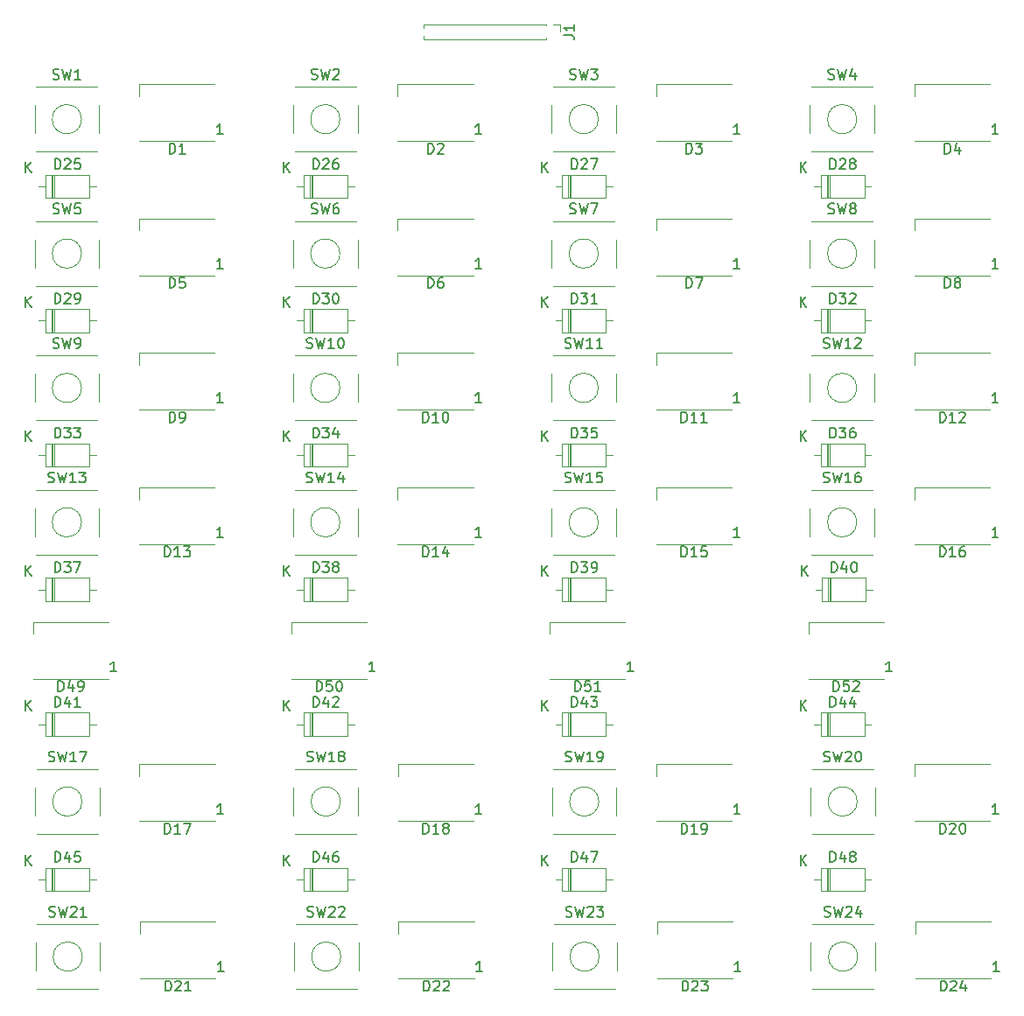
<source format=gbr>
%TF.GenerationSoftware,KiCad,Pcbnew,(5.1.6)-1*%
%TF.CreationDate,2020-06-18T14:47:13+02:00*%
%TF.ProjectId,antrieb smd,616e7472-6965-4622-9073-6d642e6b6963,rev?*%
%TF.SameCoordinates,Original*%
%TF.FileFunction,Legend,Top*%
%TF.FilePolarity,Positive*%
%FSLAX46Y46*%
G04 Gerber Fmt 4.6, Leading zero omitted, Abs format (unit mm)*
G04 Created by KiCad (PCBNEW (5.1.6)-1) date 2020-06-18 14:47:13*
%MOMM*%
%LPD*%
G01*
G04 APERTURE LIST*
%ADD10C,0.120000*%
%ADD11C,0.150000*%
G04 APERTURE END LIST*
D10*
%TO.C,J1*%
X62598600Y-45126600D02*
X62598600Y-45427107D01*
X62598600Y-46216093D02*
X62598600Y-46516600D01*
X74473600Y-45126600D02*
X62598600Y-45126600D01*
X74473600Y-46516600D02*
X62598600Y-46516600D01*
X74473600Y-45126600D02*
X74473600Y-45213324D01*
X74473600Y-46429876D02*
X74473600Y-46516600D01*
X75158600Y-45126600D02*
X75843600Y-45126600D01*
X75843600Y-45126600D02*
X75843600Y-45821600D01*
%TO.C,D1*%
X42391600Y-56404960D02*
X35091600Y-56404960D01*
X42391600Y-50904960D02*
X35091600Y-50904960D01*
X35091600Y-50904960D02*
X35091600Y-52054960D01*
%TO.C,D45*%
X26602600Y-126695600D02*
X26602600Y-128935600D01*
X26842600Y-126695600D02*
X26842600Y-128935600D01*
X26722600Y-126695600D02*
X26722600Y-128935600D01*
X30892600Y-127815600D02*
X30242600Y-127815600D01*
X25352600Y-127815600D02*
X26002600Y-127815600D01*
X30242600Y-126695600D02*
X26002600Y-126695600D01*
X30242600Y-128935600D02*
X30242600Y-126695600D01*
X26002600Y-128935600D02*
X30242600Y-128935600D01*
X26002600Y-126695600D02*
X26002600Y-128935600D01*
%TO.C,D46*%
X51602600Y-126695600D02*
X51602600Y-128935600D01*
X51842600Y-126695600D02*
X51842600Y-128935600D01*
X51722600Y-126695600D02*
X51722600Y-128935600D01*
X55892600Y-127815600D02*
X55242600Y-127815600D01*
X50352600Y-127815600D02*
X51002600Y-127815600D01*
X55242600Y-126695600D02*
X51002600Y-126695600D01*
X55242600Y-128935600D02*
X55242600Y-126695600D01*
X51002600Y-128935600D02*
X55242600Y-128935600D01*
X51002600Y-126695600D02*
X51002600Y-128935600D01*
%TO.C,D47*%
X76602600Y-126695600D02*
X76602600Y-128935600D01*
X76842600Y-126695600D02*
X76842600Y-128935600D01*
X76722600Y-126695600D02*
X76722600Y-128935600D01*
X80892600Y-127815600D02*
X80242600Y-127815600D01*
X75352600Y-127815600D02*
X76002600Y-127815600D01*
X80242600Y-126695600D02*
X76002600Y-126695600D01*
X80242600Y-128935600D02*
X80242600Y-126695600D01*
X76002600Y-128935600D02*
X80242600Y-128935600D01*
X76002600Y-126695600D02*
X76002600Y-128935600D01*
%TO.C,D48*%
X101602600Y-126695600D02*
X101602600Y-128935600D01*
X101842600Y-126695600D02*
X101842600Y-128935600D01*
X101722600Y-126695600D02*
X101722600Y-128935600D01*
X105892600Y-127815600D02*
X105242600Y-127815600D01*
X100352600Y-127815600D02*
X101002600Y-127815600D01*
X105242600Y-126695600D02*
X101002600Y-126695600D01*
X105242600Y-128935600D02*
X105242600Y-126695600D01*
X101002600Y-128935600D02*
X105242600Y-128935600D01*
X101002600Y-126695600D02*
X101002600Y-128935600D01*
%TO.C,D44*%
X101602600Y-111695600D02*
X101602600Y-113935600D01*
X101842600Y-111695600D02*
X101842600Y-113935600D01*
X101722600Y-111695600D02*
X101722600Y-113935600D01*
X105892600Y-112815600D02*
X105242600Y-112815600D01*
X100352600Y-112815600D02*
X101002600Y-112815600D01*
X105242600Y-111695600D02*
X101002600Y-111695600D01*
X105242600Y-113935600D02*
X105242600Y-111695600D01*
X101002600Y-113935600D02*
X105242600Y-113935600D01*
X101002600Y-111695600D02*
X101002600Y-113935600D01*
%TO.C,D43*%
X76602600Y-111695600D02*
X76602600Y-113935600D01*
X76842600Y-111695600D02*
X76842600Y-113935600D01*
X76722600Y-111695600D02*
X76722600Y-113935600D01*
X80892600Y-112815600D02*
X80242600Y-112815600D01*
X75352600Y-112815600D02*
X76002600Y-112815600D01*
X80242600Y-111695600D02*
X76002600Y-111695600D01*
X80242600Y-113935600D02*
X80242600Y-111695600D01*
X76002600Y-113935600D02*
X80242600Y-113935600D01*
X76002600Y-111695600D02*
X76002600Y-113935600D01*
%TO.C,D42*%
X51602600Y-111695600D02*
X51602600Y-113935600D01*
X51842600Y-111695600D02*
X51842600Y-113935600D01*
X51722600Y-111695600D02*
X51722600Y-113935600D01*
X55892600Y-112815600D02*
X55242600Y-112815600D01*
X50352600Y-112815600D02*
X51002600Y-112815600D01*
X55242600Y-111695600D02*
X51002600Y-111695600D01*
X55242600Y-113935600D02*
X55242600Y-111695600D01*
X51002600Y-113935600D02*
X55242600Y-113935600D01*
X51002600Y-111695600D02*
X51002600Y-113935600D01*
%TO.C,D41*%
X26002600Y-111695600D02*
X26002600Y-113935600D01*
X26002600Y-113935600D02*
X30242600Y-113935600D01*
X30242600Y-113935600D02*
X30242600Y-111695600D01*
X30242600Y-111695600D02*
X26002600Y-111695600D01*
X25352600Y-112815600D02*
X26002600Y-112815600D01*
X30892600Y-112815600D02*
X30242600Y-112815600D01*
X26722600Y-111695600D02*
X26722600Y-113935600D01*
X26842600Y-111695600D02*
X26842600Y-113935600D01*
X26602600Y-111695600D02*
X26602600Y-113935600D01*
%TO.C,D40*%
X101737600Y-98655600D02*
X101737600Y-100895600D01*
X101977600Y-98655600D02*
X101977600Y-100895600D01*
X101857600Y-98655600D02*
X101857600Y-100895600D01*
X106027600Y-99775600D02*
X105377600Y-99775600D01*
X100487600Y-99775600D02*
X101137600Y-99775600D01*
X105377600Y-98655600D02*
X101137600Y-98655600D01*
X105377600Y-100895600D02*
X105377600Y-98655600D01*
X101137600Y-100895600D02*
X105377600Y-100895600D01*
X101137600Y-98655600D02*
X101137600Y-100895600D01*
%TO.C,D39*%
X76602600Y-98655600D02*
X76602600Y-100895600D01*
X76842600Y-98655600D02*
X76842600Y-100895600D01*
X76722600Y-98655600D02*
X76722600Y-100895600D01*
X80892600Y-99775600D02*
X80242600Y-99775600D01*
X75352600Y-99775600D02*
X76002600Y-99775600D01*
X80242600Y-98655600D02*
X76002600Y-98655600D01*
X80242600Y-100895600D02*
X80242600Y-98655600D01*
X76002600Y-100895600D02*
X80242600Y-100895600D01*
X76002600Y-98655600D02*
X76002600Y-100895600D01*
%TO.C,D38*%
X51602600Y-98655600D02*
X51602600Y-100895600D01*
X51842600Y-98655600D02*
X51842600Y-100895600D01*
X51722600Y-98655600D02*
X51722600Y-100895600D01*
X55892600Y-99775600D02*
X55242600Y-99775600D01*
X50352600Y-99775600D02*
X51002600Y-99775600D01*
X55242600Y-98655600D02*
X51002600Y-98655600D01*
X55242600Y-100895600D02*
X55242600Y-98655600D01*
X51002600Y-100895600D02*
X55242600Y-100895600D01*
X51002600Y-98655600D02*
X51002600Y-100895600D01*
%TO.C,D37*%
X26602600Y-98655600D02*
X26602600Y-100895600D01*
X26842600Y-98655600D02*
X26842600Y-100895600D01*
X26722600Y-98655600D02*
X26722600Y-100895600D01*
X30892600Y-99775600D02*
X30242600Y-99775600D01*
X25352600Y-99775600D02*
X26002600Y-99775600D01*
X30242600Y-98655600D02*
X26002600Y-98655600D01*
X30242600Y-100895600D02*
X30242600Y-98655600D01*
X26002600Y-100895600D02*
X30242600Y-100895600D01*
X26002600Y-98655600D02*
X26002600Y-100895600D01*
%TO.C,D36*%
X101602600Y-85655600D02*
X101602600Y-87895600D01*
X101842600Y-85655600D02*
X101842600Y-87895600D01*
X101722600Y-85655600D02*
X101722600Y-87895600D01*
X105892600Y-86775600D02*
X105242600Y-86775600D01*
X100352600Y-86775600D02*
X101002600Y-86775600D01*
X105242600Y-85655600D02*
X101002600Y-85655600D01*
X105242600Y-87895600D02*
X105242600Y-85655600D01*
X101002600Y-87895600D02*
X105242600Y-87895600D01*
X101002600Y-85655600D02*
X101002600Y-87895600D01*
%TO.C,D35*%
X76602600Y-85655600D02*
X76602600Y-87895600D01*
X76842600Y-85655600D02*
X76842600Y-87895600D01*
X76722600Y-85655600D02*
X76722600Y-87895600D01*
X80892600Y-86775600D02*
X80242600Y-86775600D01*
X75352600Y-86775600D02*
X76002600Y-86775600D01*
X80242600Y-85655600D02*
X76002600Y-85655600D01*
X80242600Y-87895600D02*
X80242600Y-85655600D01*
X76002600Y-87895600D02*
X80242600Y-87895600D01*
X76002600Y-85655600D02*
X76002600Y-87895600D01*
%TO.C,D34*%
X51602600Y-85655600D02*
X51602600Y-87895600D01*
X51842600Y-85655600D02*
X51842600Y-87895600D01*
X51722600Y-85655600D02*
X51722600Y-87895600D01*
X55892600Y-86775600D02*
X55242600Y-86775600D01*
X50352600Y-86775600D02*
X51002600Y-86775600D01*
X55242600Y-85655600D02*
X51002600Y-85655600D01*
X55242600Y-87895600D02*
X55242600Y-85655600D01*
X51002600Y-87895600D02*
X55242600Y-87895600D01*
X51002600Y-85655600D02*
X51002600Y-87895600D01*
%TO.C,D33*%
X26602600Y-85655600D02*
X26602600Y-87895600D01*
X26842600Y-85655600D02*
X26842600Y-87895600D01*
X26722600Y-85655600D02*
X26722600Y-87895600D01*
X30892600Y-86775600D02*
X30242600Y-86775600D01*
X25352600Y-86775600D02*
X26002600Y-86775600D01*
X30242600Y-85655600D02*
X26002600Y-85655600D01*
X30242600Y-87895600D02*
X30242600Y-85655600D01*
X26002600Y-87895600D02*
X30242600Y-87895600D01*
X26002600Y-85655600D02*
X26002600Y-87895600D01*
%TO.C,D32*%
X101602600Y-72655600D02*
X101602600Y-74895600D01*
X101842600Y-72655600D02*
X101842600Y-74895600D01*
X101722600Y-72655600D02*
X101722600Y-74895600D01*
X105892600Y-73775600D02*
X105242600Y-73775600D01*
X100352600Y-73775600D02*
X101002600Y-73775600D01*
X105242600Y-72655600D02*
X101002600Y-72655600D01*
X105242600Y-74895600D02*
X105242600Y-72655600D01*
X101002600Y-74895600D02*
X105242600Y-74895600D01*
X101002600Y-72655600D02*
X101002600Y-74895600D01*
%TO.C,D31*%
X76602600Y-72655600D02*
X76602600Y-74895600D01*
X76842600Y-72655600D02*
X76842600Y-74895600D01*
X76722600Y-72655600D02*
X76722600Y-74895600D01*
X80892600Y-73775600D02*
X80242600Y-73775600D01*
X75352600Y-73775600D02*
X76002600Y-73775600D01*
X80242600Y-72655600D02*
X76002600Y-72655600D01*
X80242600Y-74895600D02*
X80242600Y-72655600D01*
X76002600Y-74895600D02*
X80242600Y-74895600D01*
X76002600Y-72655600D02*
X76002600Y-74895600D01*
%TO.C,D30*%
X51602600Y-72655600D02*
X51602600Y-74895600D01*
X51842600Y-72655600D02*
X51842600Y-74895600D01*
X51722600Y-72655600D02*
X51722600Y-74895600D01*
X55892600Y-73775600D02*
X55242600Y-73775600D01*
X50352600Y-73775600D02*
X51002600Y-73775600D01*
X55242600Y-72655600D02*
X51002600Y-72655600D01*
X55242600Y-74895600D02*
X55242600Y-72655600D01*
X51002600Y-74895600D02*
X55242600Y-74895600D01*
X51002600Y-72655600D02*
X51002600Y-74895600D01*
%TO.C,D29*%
X26602600Y-72655600D02*
X26602600Y-74895600D01*
X26842600Y-72655600D02*
X26842600Y-74895600D01*
X26722600Y-72655600D02*
X26722600Y-74895600D01*
X30892600Y-73775600D02*
X30242600Y-73775600D01*
X25352600Y-73775600D02*
X26002600Y-73775600D01*
X30242600Y-72655600D02*
X26002600Y-72655600D01*
X30242600Y-74895600D02*
X30242600Y-72655600D01*
X26002600Y-74895600D02*
X30242600Y-74895600D01*
X26002600Y-72655600D02*
X26002600Y-74895600D01*
%TO.C,D28*%
X101602600Y-59655600D02*
X101602600Y-61895600D01*
X101842600Y-59655600D02*
X101842600Y-61895600D01*
X101722600Y-59655600D02*
X101722600Y-61895600D01*
X105892600Y-60775600D02*
X105242600Y-60775600D01*
X100352600Y-60775600D02*
X101002600Y-60775600D01*
X105242600Y-59655600D02*
X101002600Y-59655600D01*
X105242600Y-61895600D02*
X105242600Y-59655600D01*
X101002600Y-61895600D02*
X105242600Y-61895600D01*
X101002600Y-59655600D02*
X101002600Y-61895600D01*
%TO.C,D27*%
X76602600Y-59655600D02*
X76602600Y-61895600D01*
X76842600Y-59655600D02*
X76842600Y-61895600D01*
X76722600Y-59655600D02*
X76722600Y-61895600D01*
X80892600Y-60775600D02*
X80242600Y-60775600D01*
X75352600Y-60775600D02*
X76002600Y-60775600D01*
X80242600Y-59655600D02*
X76002600Y-59655600D01*
X80242600Y-61895600D02*
X80242600Y-59655600D01*
X76002600Y-61895600D02*
X80242600Y-61895600D01*
X76002600Y-59655600D02*
X76002600Y-61895600D01*
%TO.C,D26*%
X51602600Y-59655600D02*
X51602600Y-61895600D01*
X51842600Y-59655600D02*
X51842600Y-61895600D01*
X51722600Y-59655600D02*
X51722600Y-61895600D01*
X55892600Y-60775600D02*
X55242600Y-60775600D01*
X50352600Y-60775600D02*
X51002600Y-60775600D01*
X55242600Y-59655600D02*
X51002600Y-59655600D01*
X55242600Y-61895600D02*
X55242600Y-59655600D01*
X51002600Y-61895600D02*
X55242600Y-61895600D01*
X51002600Y-59655600D02*
X51002600Y-61895600D01*
%TO.C,D25*%
X26002600Y-59655600D02*
X26002600Y-61895600D01*
X26002600Y-61895600D02*
X30242600Y-61895600D01*
X30242600Y-61895600D02*
X30242600Y-59655600D01*
X30242600Y-59655600D02*
X26002600Y-59655600D01*
X25352600Y-60775600D02*
X26002600Y-60775600D01*
X30892600Y-60775600D02*
X30242600Y-60775600D01*
X26722600Y-59655600D02*
X26722600Y-61895600D01*
X26842600Y-59655600D02*
X26842600Y-61895600D01*
X26602600Y-59655600D02*
X26602600Y-61895600D01*
%TO.C,SW21*%
X29583134Y-135298300D02*
G75*
G03*
X29583134Y-135298300I-1414214J0D01*
G01*
X25198920Y-138418300D02*
X31138920Y-138418300D01*
X25198920Y-132178300D02*
X31138920Y-132178300D01*
X25048920Y-136638300D02*
X25048920Y-133958300D01*
X31288920Y-133958300D02*
X31288920Y-136638300D01*
%TO.C,SW23*%
X79583134Y-135298300D02*
G75*
G03*
X79583134Y-135298300I-1414214J0D01*
G01*
X75198920Y-138418300D02*
X81138920Y-138418300D01*
X75198920Y-132178300D02*
X81138920Y-132178300D01*
X75048920Y-136638300D02*
X75048920Y-133958300D01*
X81288920Y-133958300D02*
X81288920Y-136638300D01*
%TO.C,SW24*%
X104583134Y-135298300D02*
G75*
G03*
X104583134Y-135298300I-1414214J0D01*
G01*
X100198920Y-138418300D02*
X106138920Y-138418300D01*
X100198920Y-132178300D02*
X106138920Y-132178300D01*
X100048920Y-136638300D02*
X100048920Y-133958300D01*
X106288920Y-133958300D02*
X106288920Y-136638300D01*
%TO.C,SW22*%
X54583134Y-135298300D02*
G75*
G03*
X54583134Y-135298300I-1414214J0D01*
G01*
X50198920Y-138418300D02*
X56138920Y-138418300D01*
X50198920Y-132178300D02*
X56138920Y-132178300D01*
X50048920Y-136638300D02*
X50048920Y-133958300D01*
X56288920Y-133958300D02*
X56288920Y-136638300D01*
%TO.C,D21*%
X35177960Y-131926440D02*
X35177960Y-133076440D01*
X42477960Y-131926440D02*
X35177960Y-131926440D01*
X42477960Y-137426440D02*
X35177960Y-137426440D01*
%TO.C,D23*%
X85177960Y-131926440D02*
X85177960Y-133076440D01*
X92477960Y-131926440D02*
X85177960Y-131926440D01*
X92477960Y-137426440D02*
X85177960Y-137426440D01*
%TO.C,D24*%
X110177960Y-131926440D02*
X110177960Y-133076440D01*
X117477960Y-131926440D02*
X110177960Y-131926440D01*
X117477960Y-137426440D02*
X110177960Y-137426440D01*
%TO.C,D22*%
X60177960Y-131926440D02*
X60177960Y-133076440D01*
X67477960Y-131926440D02*
X60177960Y-131926440D01*
X67477960Y-137426440D02*
X60177960Y-137426440D01*
%TO.C,SW17*%
X29542494Y-120291980D02*
G75*
G03*
X29542494Y-120291980I-1414214J0D01*
G01*
X25158280Y-123411980D02*
X31098280Y-123411980D01*
X25158280Y-117171980D02*
X31098280Y-117171980D01*
X25008280Y-121631980D02*
X25008280Y-118951980D01*
X31248280Y-118951980D02*
X31248280Y-121631980D01*
%TO.C,SW19*%
X79542494Y-120291980D02*
G75*
G03*
X79542494Y-120291980I-1414214J0D01*
G01*
X75158280Y-123411980D02*
X81098280Y-123411980D01*
X75158280Y-117171980D02*
X81098280Y-117171980D01*
X75008280Y-121631980D02*
X75008280Y-118951980D01*
X81248280Y-118951980D02*
X81248280Y-121631980D01*
%TO.C,SW20*%
X104542494Y-120291980D02*
G75*
G03*
X104542494Y-120291980I-1414214J0D01*
G01*
X100158280Y-123411980D02*
X106098280Y-123411980D01*
X100158280Y-117171980D02*
X106098280Y-117171980D01*
X100008280Y-121631980D02*
X100008280Y-118951980D01*
X106248280Y-118951980D02*
X106248280Y-121631980D01*
%TO.C,SW18*%
X54542494Y-120291980D02*
G75*
G03*
X54542494Y-120291980I-1414214J0D01*
G01*
X50158280Y-123411980D02*
X56098280Y-123411980D01*
X50158280Y-117171980D02*
X56098280Y-117171980D01*
X50008280Y-121631980D02*
X50008280Y-118951980D01*
X56248280Y-118951980D02*
X56248280Y-121631980D01*
%TO.C,D17*%
X35111920Y-116701680D02*
X35111920Y-117851680D01*
X42411920Y-116701680D02*
X35111920Y-116701680D01*
X42411920Y-122201680D02*
X35111920Y-122201680D01*
%TO.C,D19*%
X85111920Y-116701680D02*
X85111920Y-117851680D01*
X92411920Y-116701680D02*
X85111920Y-116701680D01*
X92411920Y-122201680D02*
X85111920Y-122201680D01*
%TO.C,D20*%
X110111920Y-116701680D02*
X110111920Y-117851680D01*
X117411920Y-116701680D02*
X110111920Y-116701680D01*
X117411920Y-122201680D02*
X110111920Y-122201680D01*
%TO.C,D18*%
X60111920Y-116701680D02*
X60111920Y-117851680D01*
X67411920Y-116701680D02*
X60111920Y-116701680D01*
X67411920Y-122201680D02*
X60111920Y-122201680D01*
%TO.C,SW16*%
X104496774Y-93276820D02*
G75*
G03*
X104496774Y-93276820I-1414214J0D01*
G01*
X100112560Y-96396820D02*
X106052560Y-96396820D01*
X100112560Y-90156820D02*
X106052560Y-90156820D01*
X99962560Y-94616820D02*
X99962560Y-91936820D01*
X106202560Y-91936820D02*
X106202560Y-94616820D01*
%TO.C,SW15*%
X79496774Y-93276820D02*
G75*
G03*
X79496774Y-93276820I-1414214J0D01*
G01*
X75112560Y-96396820D02*
X81052560Y-96396820D01*
X75112560Y-90156820D02*
X81052560Y-90156820D01*
X74962560Y-94616820D02*
X74962560Y-91936820D01*
X81202560Y-91936820D02*
X81202560Y-94616820D01*
%TO.C,SW14*%
X54496774Y-93276820D02*
G75*
G03*
X54496774Y-93276820I-1414214J0D01*
G01*
X50112560Y-96396820D02*
X56052560Y-96396820D01*
X50112560Y-90156820D02*
X56052560Y-90156820D01*
X49962560Y-94616820D02*
X49962560Y-91936820D01*
X56202560Y-91936820D02*
X56202560Y-94616820D01*
%TO.C,SW13*%
X29496774Y-93276820D02*
G75*
G03*
X29496774Y-93276820I-1414214J0D01*
G01*
X25112560Y-96396820D02*
X31052560Y-96396820D01*
X25112560Y-90156820D02*
X31052560Y-90156820D01*
X24962560Y-94616820D02*
X24962560Y-91936820D01*
X31202560Y-91936820D02*
X31202560Y-94616820D01*
%TO.C,SW12*%
X104496774Y-80276820D02*
G75*
G03*
X104496774Y-80276820I-1414214J0D01*
G01*
X100112560Y-83396820D02*
X106052560Y-83396820D01*
X100112560Y-77156820D02*
X106052560Y-77156820D01*
X99962560Y-81616820D02*
X99962560Y-78936820D01*
X106202560Y-78936820D02*
X106202560Y-81616820D01*
%TO.C,SW11*%
X79496774Y-80276820D02*
G75*
G03*
X79496774Y-80276820I-1414214J0D01*
G01*
X75112560Y-83396820D02*
X81052560Y-83396820D01*
X75112560Y-77156820D02*
X81052560Y-77156820D01*
X74962560Y-81616820D02*
X74962560Y-78936820D01*
X81202560Y-78936820D02*
X81202560Y-81616820D01*
%TO.C,SW10*%
X54496774Y-80276820D02*
G75*
G03*
X54496774Y-80276820I-1414214J0D01*
G01*
X50112560Y-83396820D02*
X56052560Y-83396820D01*
X50112560Y-77156820D02*
X56052560Y-77156820D01*
X49962560Y-81616820D02*
X49962560Y-78936820D01*
X56202560Y-78936820D02*
X56202560Y-81616820D01*
%TO.C,SW9*%
X29496774Y-80276820D02*
G75*
G03*
X29496774Y-80276820I-1414214J0D01*
G01*
X25112560Y-83396820D02*
X31052560Y-83396820D01*
X25112560Y-77156820D02*
X31052560Y-77156820D01*
X24962560Y-81616820D02*
X24962560Y-78936820D01*
X31202560Y-78936820D02*
X31202560Y-81616820D01*
%TO.C,SW8*%
X104496774Y-67276820D02*
G75*
G03*
X104496774Y-67276820I-1414214J0D01*
G01*
X100112560Y-70396820D02*
X106052560Y-70396820D01*
X100112560Y-64156820D02*
X106052560Y-64156820D01*
X99962560Y-68616820D02*
X99962560Y-65936820D01*
X106202560Y-65936820D02*
X106202560Y-68616820D01*
%TO.C,SW7*%
X79496774Y-67276820D02*
G75*
G03*
X79496774Y-67276820I-1414214J0D01*
G01*
X75112560Y-70396820D02*
X81052560Y-70396820D01*
X75112560Y-64156820D02*
X81052560Y-64156820D01*
X74962560Y-68616820D02*
X74962560Y-65936820D01*
X81202560Y-65936820D02*
X81202560Y-68616820D01*
%TO.C,SW6*%
X54496774Y-67276820D02*
G75*
G03*
X54496774Y-67276820I-1414214J0D01*
G01*
X50112560Y-70396820D02*
X56052560Y-70396820D01*
X50112560Y-64156820D02*
X56052560Y-64156820D01*
X49962560Y-68616820D02*
X49962560Y-65936820D01*
X56202560Y-65936820D02*
X56202560Y-68616820D01*
%TO.C,SW5*%
X29496774Y-67276820D02*
G75*
G03*
X29496774Y-67276820I-1414214J0D01*
G01*
X25112560Y-70396820D02*
X31052560Y-70396820D01*
X25112560Y-64156820D02*
X31052560Y-64156820D01*
X24962560Y-68616820D02*
X24962560Y-65936820D01*
X31202560Y-65936820D02*
X31202560Y-68616820D01*
%TO.C,SW4*%
X104496774Y-54276820D02*
G75*
G03*
X104496774Y-54276820I-1414214J0D01*
G01*
X100112560Y-57396820D02*
X106052560Y-57396820D01*
X100112560Y-51156820D02*
X106052560Y-51156820D01*
X99962560Y-55616820D02*
X99962560Y-52936820D01*
X106202560Y-52936820D02*
X106202560Y-55616820D01*
%TO.C,SW3*%
X79496774Y-54276820D02*
G75*
G03*
X79496774Y-54276820I-1414214J0D01*
G01*
X75112560Y-57396820D02*
X81052560Y-57396820D01*
X75112560Y-51156820D02*
X81052560Y-51156820D01*
X74962560Y-55616820D02*
X74962560Y-52936820D01*
X81202560Y-52936820D02*
X81202560Y-55616820D01*
%TO.C,SW2*%
X54496774Y-54276820D02*
G75*
G03*
X54496774Y-54276820I-1414214J0D01*
G01*
X50112560Y-57396820D02*
X56052560Y-57396820D01*
X50112560Y-51156820D02*
X56052560Y-51156820D01*
X49962560Y-55616820D02*
X49962560Y-52936820D01*
X56202560Y-52936820D02*
X56202560Y-55616820D01*
%TO.C,D16*%
X110091600Y-89904960D02*
X110091600Y-91054960D01*
X117391600Y-89904960D02*
X110091600Y-89904960D01*
X117391600Y-95404960D02*
X110091600Y-95404960D01*
%TO.C,D15*%
X85091600Y-89904960D02*
X85091600Y-91054960D01*
X92391600Y-89904960D02*
X85091600Y-89904960D01*
X92391600Y-95404960D02*
X85091600Y-95404960D01*
%TO.C,D14*%
X60091600Y-89904960D02*
X60091600Y-91054960D01*
X67391600Y-89904960D02*
X60091600Y-89904960D01*
X67391600Y-95404960D02*
X60091600Y-95404960D01*
%TO.C,D13*%
X35091600Y-89904960D02*
X35091600Y-91054960D01*
X42391600Y-89904960D02*
X35091600Y-89904960D01*
X42391600Y-95404960D02*
X35091600Y-95404960D01*
%TO.C,D12*%
X110091600Y-76904960D02*
X110091600Y-78054960D01*
X117391600Y-76904960D02*
X110091600Y-76904960D01*
X117391600Y-82404960D02*
X110091600Y-82404960D01*
%TO.C,D11*%
X85091600Y-76904960D02*
X85091600Y-78054960D01*
X92391600Y-76904960D02*
X85091600Y-76904960D01*
X92391600Y-82404960D02*
X85091600Y-82404960D01*
%TO.C,D10*%
X60091600Y-76904960D02*
X60091600Y-78054960D01*
X67391600Y-76904960D02*
X60091600Y-76904960D01*
X67391600Y-82404960D02*
X60091600Y-82404960D01*
%TO.C,D9*%
X35091600Y-76904960D02*
X35091600Y-78054960D01*
X42391600Y-76904960D02*
X35091600Y-76904960D01*
X42391600Y-82404960D02*
X35091600Y-82404960D01*
%TO.C,D8*%
X110091600Y-63904960D02*
X110091600Y-65054960D01*
X117391600Y-63904960D02*
X110091600Y-63904960D01*
X117391600Y-69404960D02*
X110091600Y-69404960D01*
%TO.C,D7*%
X85091600Y-63904960D02*
X85091600Y-65054960D01*
X92391600Y-63904960D02*
X85091600Y-63904960D01*
X92391600Y-69404960D02*
X85091600Y-69404960D01*
%TO.C,D6*%
X60091600Y-63904960D02*
X60091600Y-65054960D01*
X67391600Y-63904960D02*
X60091600Y-63904960D01*
X67391600Y-69404960D02*
X60091600Y-69404960D01*
%TO.C,D5*%
X35091600Y-63904960D02*
X35091600Y-65054960D01*
X42391600Y-63904960D02*
X35091600Y-63904960D01*
X42391600Y-69404960D02*
X35091600Y-69404960D01*
%TO.C,D4*%
X110091600Y-50904960D02*
X110091600Y-52054960D01*
X117391600Y-50904960D02*
X110091600Y-50904960D01*
X117391600Y-56404960D02*
X110091600Y-56404960D01*
%TO.C,D3*%
X85091600Y-50904960D02*
X85091600Y-52054960D01*
X92391600Y-50904960D02*
X85091600Y-50904960D01*
X92391600Y-56404960D02*
X85091600Y-56404960D01*
%TO.C,D2*%
X60091600Y-50904960D02*
X60091600Y-52054960D01*
X67391600Y-50904960D02*
X60091600Y-50904960D01*
X67391600Y-56404960D02*
X60091600Y-56404960D01*
%TO.C,SW1*%
X31202560Y-52936820D02*
X31202560Y-55616820D01*
X24962560Y-55616820D02*
X24962560Y-52936820D01*
X25112560Y-51156820D02*
X31052560Y-51156820D01*
X25112560Y-57396820D02*
X31052560Y-57396820D01*
X29496774Y-54276820D02*
G75*
G03*
X29496774Y-54276820I-1414214J0D01*
G01*
%TO.C,D49*%
X24799520Y-102914000D02*
X24799520Y-104064000D01*
X32099520Y-102914000D02*
X24799520Y-102914000D01*
X32099520Y-108414000D02*
X24799520Y-108414000D01*
%TO.C,D50*%
X57101586Y-108414000D02*
X49801586Y-108414000D01*
X57101586Y-102914000D02*
X49801586Y-102914000D01*
X49801586Y-102914000D02*
X49801586Y-104064000D01*
%TO.C,D51*%
X74803652Y-102914000D02*
X74803652Y-104064000D01*
X82103652Y-102914000D02*
X74803652Y-102914000D01*
X82103652Y-108414000D02*
X74803652Y-108414000D01*
%TO.C,D52*%
X107105720Y-108414000D02*
X99805720Y-108414000D01*
X107105720Y-102914000D02*
X99805720Y-102914000D01*
X99805720Y-102914000D02*
X99805720Y-104064000D01*
%TO.C,J1*%
D11*
X76170980Y-46154933D02*
X76885266Y-46154933D01*
X77028123Y-46202552D01*
X77123361Y-46297790D01*
X77170980Y-46440647D01*
X77170980Y-46535885D01*
X77170980Y-45154933D02*
X77170980Y-45726361D01*
X77170980Y-45440647D02*
X76170980Y-45440647D01*
X76313838Y-45535885D01*
X76409076Y-45631123D01*
X76456695Y-45726361D01*
%TO.C,D1*%
X38003504Y-57607340D02*
X38003504Y-56607340D01*
X38241600Y-56607340D01*
X38384457Y-56654960D01*
X38479695Y-56750198D01*
X38527314Y-56845436D01*
X38574933Y-57035912D01*
X38574933Y-57178769D01*
X38527314Y-57369245D01*
X38479695Y-57464483D01*
X38384457Y-57559721D01*
X38241600Y-57607340D01*
X38003504Y-57607340D01*
X39527314Y-57607340D02*
X38955885Y-57607340D01*
X39241600Y-57607340D02*
X39241600Y-56607340D01*
X39146361Y-56750198D01*
X39051123Y-56845436D01*
X38955885Y-56893055D01*
X43177314Y-55707340D02*
X42605885Y-55707340D01*
X42891600Y-55707340D02*
X42891600Y-54707340D01*
X42796361Y-54850198D01*
X42701123Y-54945436D01*
X42605885Y-54993055D01*
%TO.C,D45*%
X26908314Y-126147980D02*
X26908314Y-125147980D01*
X27146409Y-125147980D01*
X27289266Y-125195600D01*
X27384504Y-125290838D01*
X27432123Y-125386076D01*
X27479742Y-125576552D01*
X27479742Y-125719409D01*
X27432123Y-125909885D01*
X27384504Y-126005123D01*
X27289266Y-126100361D01*
X27146409Y-126147980D01*
X26908314Y-126147980D01*
X28336885Y-125481314D02*
X28336885Y-126147980D01*
X28098790Y-125100361D02*
X27860695Y-125814647D01*
X28479742Y-125814647D01*
X29336885Y-125147980D02*
X28860695Y-125147980D01*
X28813076Y-125624171D01*
X28860695Y-125576552D01*
X28955933Y-125528933D01*
X29194028Y-125528933D01*
X29289266Y-125576552D01*
X29336885Y-125624171D01*
X29384504Y-125719409D01*
X29384504Y-125957504D01*
X29336885Y-126052742D01*
X29289266Y-126100361D01*
X29194028Y-126147980D01*
X28955933Y-126147980D01*
X28860695Y-126100361D01*
X28813076Y-126052742D01*
X24050695Y-126467980D02*
X24050695Y-125467980D01*
X24622123Y-126467980D02*
X24193552Y-125896552D01*
X24622123Y-125467980D02*
X24050695Y-126039409D01*
%TO.C,D46*%
X51908314Y-126147980D02*
X51908314Y-125147980D01*
X52146409Y-125147980D01*
X52289266Y-125195600D01*
X52384504Y-125290838D01*
X52432123Y-125386076D01*
X52479742Y-125576552D01*
X52479742Y-125719409D01*
X52432123Y-125909885D01*
X52384504Y-126005123D01*
X52289266Y-126100361D01*
X52146409Y-126147980D01*
X51908314Y-126147980D01*
X53336885Y-125481314D02*
X53336885Y-126147980D01*
X53098790Y-125100361D02*
X52860695Y-125814647D01*
X53479742Y-125814647D01*
X54289266Y-125147980D02*
X54098790Y-125147980D01*
X54003552Y-125195600D01*
X53955933Y-125243219D01*
X53860695Y-125386076D01*
X53813076Y-125576552D01*
X53813076Y-125957504D01*
X53860695Y-126052742D01*
X53908314Y-126100361D01*
X54003552Y-126147980D01*
X54194028Y-126147980D01*
X54289266Y-126100361D01*
X54336885Y-126052742D01*
X54384504Y-125957504D01*
X54384504Y-125719409D01*
X54336885Y-125624171D01*
X54289266Y-125576552D01*
X54194028Y-125528933D01*
X54003552Y-125528933D01*
X53908314Y-125576552D01*
X53860695Y-125624171D01*
X53813076Y-125719409D01*
X49050695Y-126467980D02*
X49050695Y-125467980D01*
X49622123Y-126467980D02*
X49193552Y-125896552D01*
X49622123Y-125467980D02*
X49050695Y-126039409D01*
%TO.C,D47*%
X76908314Y-126147980D02*
X76908314Y-125147980D01*
X77146409Y-125147980D01*
X77289266Y-125195600D01*
X77384504Y-125290838D01*
X77432123Y-125386076D01*
X77479742Y-125576552D01*
X77479742Y-125719409D01*
X77432123Y-125909885D01*
X77384504Y-126005123D01*
X77289266Y-126100361D01*
X77146409Y-126147980D01*
X76908314Y-126147980D01*
X78336885Y-125481314D02*
X78336885Y-126147980D01*
X78098790Y-125100361D02*
X77860695Y-125814647D01*
X78479742Y-125814647D01*
X78765457Y-125147980D02*
X79432123Y-125147980D01*
X79003552Y-126147980D01*
X74050695Y-126467980D02*
X74050695Y-125467980D01*
X74622123Y-126467980D02*
X74193552Y-125896552D01*
X74622123Y-125467980D02*
X74050695Y-126039409D01*
%TO.C,D48*%
X101908314Y-126147980D02*
X101908314Y-125147980D01*
X102146409Y-125147980D01*
X102289266Y-125195600D01*
X102384504Y-125290838D01*
X102432123Y-125386076D01*
X102479742Y-125576552D01*
X102479742Y-125719409D01*
X102432123Y-125909885D01*
X102384504Y-126005123D01*
X102289266Y-126100361D01*
X102146409Y-126147980D01*
X101908314Y-126147980D01*
X103336885Y-125481314D02*
X103336885Y-126147980D01*
X103098790Y-125100361D02*
X102860695Y-125814647D01*
X103479742Y-125814647D01*
X104003552Y-125576552D02*
X103908314Y-125528933D01*
X103860695Y-125481314D01*
X103813076Y-125386076D01*
X103813076Y-125338457D01*
X103860695Y-125243219D01*
X103908314Y-125195600D01*
X104003552Y-125147980D01*
X104194028Y-125147980D01*
X104289266Y-125195600D01*
X104336885Y-125243219D01*
X104384504Y-125338457D01*
X104384504Y-125386076D01*
X104336885Y-125481314D01*
X104289266Y-125528933D01*
X104194028Y-125576552D01*
X104003552Y-125576552D01*
X103908314Y-125624171D01*
X103860695Y-125671790D01*
X103813076Y-125767028D01*
X103813076Y-125957504D01*
X103860695Y-126052742D01*
X103908314Y-126100361D01*
X104003552Y-126147980D01*
X104194028Y-126147980D01*
X104289266Y-126100361D01*
X104336885Y-126052742D01*
X104384504Y-125957504D01*
X104384504Y-125767028D01*
X104336885Y-125671790D01*
X104289266Y-125624171D01*
X104194028Y-125576552D01*
X99050695Y-126467980D02*
X99050695Y-125467980D01*
X99622123Y-126467980D02*
X99193552Y-125896552D01*
X99622123Y-125467980D02*
X99050695Y-126039409D01*
%TO.C,D44*%
X101908314Y-111147980D02*
X101908314Y-110147980D01*
X102146409Y-110147980D01*
X102289266Y-110195600D01*
X102384504Y-110290838D01*
X102432123Y-110386076D01*
X102479742Y-110576552D01*
X102479742Y-110719409D01*
X102432123Y-110909885D01*
X102384504Y-111005123D01*
X102289266Y-111100361D01*
X102146409Y-111147980D01*
X101908314Y-111147980D01*
X103336885Y-110481314D02*
X103336885Y-111147980D01*
X103098790Y-110100361D02*
X102860695Y-110814647D01*
X103479742Y-110814647D01*
X104289266Y-110481314D02*
X104289266Y-111147980D01*
X104051171Y-110100361D02*
X103813076Y-110814647D01*
X104432123Y-110814647D01*
X99050695Y-111467980D02*
X99050695Y-110467980D01*
X99622123Y-111467980D02*
X99193552Y-110896552D01*
X99622123Y-110467980D02*
X99050695Y-111039409D01*
%TO.C,D43*%
X76908314Y-111147980D02*
X76908314Y-110147980D01*
X77146409Y-110147980D01*
X77289266Y-110195600D01*
X77384504Y-110290838D01*
X77432123Y-110386076D01*
X77479742Y-110576552D01*
X77479742Y-110719409D01*
X77432123Y-110909885D01*
X77384504Y-111005123D01*
X77289266Y-111100361D01*
X77146409Y-111147980D01*
X76908314Y-111147980D01*
X78336885Y-110481314D02*
X78336885Y-111147980D01*
X78098790Y-110100361D02*
X77860695Y-110814647D01*
X78479742Y-110814647D01*
X78765457Y-110147980D02*
X79384504Y-110147980D01*
X79051171Y-110528933D01*
X79194028Y-110528933D01*
X79289266Y-110576552D01*
X79336885Y-110624171D01*
X79384504Y-110719409D01*
X79384504Y-110957504D01*
X79336885Y-111052742D01*
X79289266Y-111100361D01*
X79194028Y-111147980D01*
X78908314Y-111147980D01*
X78813076Y-111100361D01*
X78765457Y-111052742D01*
X74050695Y-111467980D02*
X74050695Y-110467980D01*
X74622123Y-111467980D02*
X74193552Y-110896552D01*
X74622123Y-110467980D02*
X74050695Y-111039409D01*
%TO.C,D42*%
X51908314Y-111147980D02*
X51908314Y-110147980D01*
X52146409Y-110147980D01*
X52289266Y-110195600D01*
X52384504Y-110290838D01*
X52432123Y-110386076D01*
X52479742Y-110576552D01*
X52479742Y-110719409D01*
X52432123Y-110909885D01*
X52384504Y-111005123D01*
X52289266Y-111100361D01*
X52146409Y-111147980D01*
X51908314Y-111147980D01*
X53336885Y-110481314D02*
X53336885Y-111147980D01*
X53098790Y-110100361D02*
X52860695Y-110814647D01*
X53479742Y-110814647D01*
X53813076Y-110243219D02*
X53860695Y-110195600D01*
X53955933Y-110147980D01*
X54194028Y-110147980D01*
X54289266Y-110195600D01*
X54336885Y-110243219D01*
X54384504Y-110338457D01*
X54384504Y-110433695D01*
X54336885Y-110576552D01*
X53765457Y-111147980D01*
X54384504Y-111147980D01*
X49050695Y-111467980D02*
X49050695Y-110467980D01*
X49622123Y-111467980D02*
X49193552Y-110896552D01*
X49622123Y-110467980D02*
X49050695Y-111039409D01*
%TO.C,D41*%
X26908314Y-111147980D02*
X26908314Y-110147980D01*
X27146409Y-110147980D01*
X27289266Y-110195600D01*
X27384504Y-110290838D01*
X27432123Y-110386076D01*
X27479742Y-110576552D01*
X27479742Y-110719409D01*
X27432123Y-110909885D01*
X27384504Y-111005123D01*
X27289266Y-111100361D01*
X27146409Y-111147980D01*
X26908314Y-111147980D01*
X28336885Y-110481314D02*
X28336885Y-111147980D01*
X28098790Y-110100361D02*
X27860695Y-110814647D01*
X28479742Y-110814647D01*
X29384504Y-111147980D02*
X28813076Y-111147980D01*
X29098790Y-111147980D02*
X29098790Y-110147980D01*
X29003552Y-110290838D01*
X28908314Y-110386076D01*
X28813076Y-110433695D01*
X24050695Y-111467980D02*
X24050695Y-110467980D01*
X24622123Y-111467980D02*
X24193552Y-110896552D01*
X24622123Y-110467980D02*
X24050695Y-111039409D01*
%TO.C,D40*%
X102043314Y-98107980D02*
X102043314Y-97107980D01*
X102281409Y-97107980D01*
X102424266Y-97155600D01*
X102519504Y-97250838D01*
X102567123Y-97346076D01*
X102614742Y-97536552D01*
X102614742Y-97679409D01*
X102567123Y-97869885D01*
X102519504Y-97965123D01*
X102424266Y-98060361D01*
X102281409Y-98107980D01*
X102043314Y-98107980D01*
X103471885Y-97441314D02*
X103471885Y-98107980D01*
X103233790Y-97060361D02*
X102995695Y-97774647D01*
X103614742Y-97774647D01*
X104186171Y-97107980D02*
X104281409Y-97107980D01*
X104376647Y-97155600D01*
X104424266Y-97203219D01*
X104471885Y-97298457D01*
X104519504Y-97488933D01*
X104519504Y-97727028D01*
X104471885Y-97917504D01*
X104424266Y-98012742D01*
X104376647Y-98060361D01*
X104281409Y-98107980D01*
X104186171Y-98107980D01*
X104090933Y-98060361D01*
X104043314Y-98012742D01*
X103995695Y-97917504D01*
X103948076Y-97727028D01*
X103948076Y-97488933D01*
X103995695Y-97298457D01*
X104043314Y-97203219D01*
X104090933Y-97155600D01*
X104186171Y-97107980D01*
X99185695Y-98427980D02*
X99185695Y-97427980D01*
X99757123Y-98427980D02*
X99328552Y-97856552D01*
X99757123Y-97427980D02*
X99185695Y-97999409D01*
%TO.C,D39*%
X76908314Y-98107980D02*
X76908314Y-97107980D01*
X77146409Y-97107980D01*
X77289266Y-97155600D01*
X77384504Y-97250838D01*
X77432123Y-97346076D01*
X77479742Y-97536552D01*
X77479742Y-97679409D01*
X77432123Y-97869885D01*
X77384504Y-97965123D01*
X77289266Y-98060361D01*
X77146409Y-98107980D01*
X76908314Y-98107980D01*
X77813076Y-97107980D02*
X78432123Y-97107980D01*
X78098790Y-97488933D01*
X78241647Y-97488933D01*
X78336885Y-97536552D01*
X78384504Y-97584171D01*
X78432123Y-97679409D01*
X78432123Y-97917504D01*
X78384504Y-98012742D01*
X78336885Y-98060361D01*
X78241647Y-98107980D01*
X77955933Y-98107980D01*
X77860695Y-98060361D01*
X77813076Y-98012742D01*
X78908314Y-98107980D02*
X79098790Y-98107980D01*
X79194028Y-98060361D01*
X79241647Y-98012742D01*
X79336885Y-97869885D01*
X79384504Y-97679409D01*
X79384504Y-97298457D01*
X79336885Y-97203219D01*
X79289266Y-97155600D01*
X79194028Y-97107980D01*
X79003552Y-97107980D01*
X78908314Y-97155600D01*
X78860695Y-97203219D01*
X78813076Y-97298457D01*
X78813076Y-97536552D01*
X78860695Y-97631790D01*
X78908314Y-97679409D01*
X79003552Y-97727028D01*
X79194028Y-97727028D01*
X79289266Y-97679409D01*
X79336885Y-97631790D01*
X79384504Y-97536552D01*
X74050695Y-98427980D02*
X74050695Y-97427980D01*
X74622123Y-98427980D02*
X74193552Y-97856552D01*
X74622123Y-97427980D02*
X74050695Y-97999409D01*
%TO.C,D38*%
X51908314Y-98107980D02*
X51908314Y-97107980D01*
X52146409Y-97107980D01*
X52289266Y-97155600D01*
X52384504Y-97250838D01*
X52432123Y-97346076D01*
X52479742Y-97536552D01*
X52479742Y-97679409D01*
X52432123Y-97869885D01*
X52384504Y-97965123D01*
X52289266Y-98060361D01*
X52146409Y-98107980D01*
X51908314Y-98107980D01*
X52813076Y-97107980D02*
X53432123Y-97107980D01*
X53098790Y-97488933D01*
X53241647Y-97488933D01*
X53336885Y-97536552D01*
X53384504Y-97584171D01*
X53432123Y-97679409D01*
X53432123Y-97917504D01*
X53384504Y-98012742D01*
X53336885Y-98060361D01*
X53241647Y-98107980D01*
X52955933Y-98107980D01*
X52860695Y-98060361D01*
X52813076Y-98012742D01*
X54003552Y-97536552D02*
X53908314Y-97488933D01*
X53860695Y-97441314D01*
X53813076Y-97346076D01*
X53813076Y-97298457D01*
X53860695Y-97203219D01*
X53908314Y-97155600D01*
X54003552Y-97107980D01*
X54194028Y-97107980D01*
X54289266Y-97155600D01*
X54336885Y-97203219D01*
X54384504Y-97298457D01*
X54384504Y-97346076D01*
X54336885Y-97441314D01*
X54289266Y-97488933D01*
X54194028Y-97536552D01*
X54003552Y-97536552D01*
X53908314Y-97584171D01*
X53860695Y-97631790D01*
X53813076Y-97727028D01*
X53813076Y-97917504D01*
X53860695Y-98012742D01*
X53908314Y-98060361D01*
X54003552Y-98107980D01*
X54194028Y-98107980D01*
X54289266Y-98060361D01*
X54336885Y-98012742D01*
X54384504Y-97917504D01*
X54384504Y-97727028D01*
X54336885Y-97631790D01*
X54289266Y-97584171D01*
X54194028Y-97536552D01*
X49050695Y-98427980D02*
X49050695Y-97427980D01*
X49622123Y-98427980D02*
X49193552Y-97856552D01*
X49622123Y-97427980D02*
X49050695Y-97999409D01*
%TO.C,D37*%
X26908314Y-98107980D02*
X26908314Y-97107980D01*
X27146409Y-97107980D01*
X27289266Y-97155600D01*
X27384504Y-97250838D01*
X27432123Y-97346076D01*
X27479742Y-97536552D01*
X27479742Y-97679409D01*
X27432123Y-97869885D01*
X27384504Y-97965123D01*
X27289266Y-98060361D01*
X27146409Y-98107980D01*
X26908314Y-98107980D01*
X27813076Y-97107980D02*
X28432123Y-97107980D01*
X28098790Y-97488933D01*
X28241647Y-97488933D01*
X28336885Y-97536552D01*
X28384504Y-97584171D01*
X28432123Y-97679409D01*
X28432123Y-97917504D01*
X28384504Y-98012742D01*
X28336885Y-98060361D01*
X28241647Y-98107980D01*
X27955933Y-98107980D01*
X27860695Y-98060361D01*
X27813076Y-98012742D01*
X28765457Y-97107980D02*
X29432123Y-97107980D01*
X29003552Y-98107980D01*
X24050695Y-98427980D02*
X24050695Y-97427980D01*
X24622123Y-98427980D02*
X24193552Y-97856552D01*
X24622123Y-97427980D02*
X24050695Y-97999409D01*
%TO.C,D36*%
X101908314Y-85107980D02*
X101908314Y-84107980D01*
X102146409Y-84107980D01*
X102289266Y-84155600D01*
X102384504Y-84250838D01*
X102432123Y-84346076D01*
X102479742Y-84536552D01*
X102479742Y-84679409D01*
X102432123Y-84869885D01*
X102384504Y-84965123D01*
X102289266Y-85060361D01*
X102146409Y-85107980D01*
X101908314Y-85107980D01*
X102813076Y-84107980D02*
X103432123Y-84107980D01*
X103098790Y-84488933D01*
X103241647Y-84488933D01*
X103336885Y-84536552D01*
X103384504Y-84584171D01*
X103432123Y-84679409D01*
X103432123Y-84917504D01*
X103384504Y-85012742D01*
X103336885Y-85060361D01*
X103241647Y-85107980D01*
X102955933Y-85107980D01*
X102860695Y-85060361D01*
X102813076Y-85012742D01*
X104289266Y-84107980D02*
X104098790Y-84107980D01*
X104003552Y-84155600D01*
X103955933Y-84203219D01*
X103860695Y-84346076D01*
X103813076Y-84536552D01*
X103813076Y-84917504D01*
X103860695Y-85012742D01*
X103908314Y-85060361D01*
X104003552Y-85107980D01*
X104194028Y-85107980D01*
X104289266Y-85060361D01*
X104336885Y-85012742D01*
X104384504Y-84917504D01*
X104384504Y-84679409D01*
X104336885Y-84584171D01*
X104289266Y-84536552D01*
X104194028Y-84488933D01*
X104003552Y-84488933D01*
X103908314Y-84536552D01*
X103860695Y-84584171D01*
X103813076Y-84679409D01*
X99050695Y-85427980D02*
X99050695Y-84427980D01*
X99622123Y-85427980D02*
X99193552Y-84856552D01*
X99622123Y-84427980D02*
X99050695Y-84999409D01*
%TO.C,D35*%
X76908314Y-85107980D02*
X76908314Y-84107980D01*
X77146409Y-84107980D01*
X77289266Y-84155600D01*
X77384504Y-84250838D01*
X77432123Y-84346076D01*
X77479742Y-84536552D01*
X77479742Y-84679409D01*
X77432123Y-84869885D01*
X77384504Y-84965123D01*
X77289266Y-85060361D01*
X77146409Y-85107980D01*
X76908314Y-85107980D01*
X77813076Y-84107980D02*
X78432123Y-84107980D01*
X78098790Y-84488933D01*
X78241647Y-84488933D01*
X78336885Y-84536552D01*
X78384504Y-84584171D01*
X78432123Y-84679409D01*
X78432123Y-84917504D01*
X78384504Y-85012742D01*
X78336885Y-85060361D01*
X78241647Y-85107980D01*
X77955933Y-85107980D01*
X77860695Y-85060361D01*
X77813076Y-85012742D01*
X79336885Y-84107980D02*
X78860695Y-84107980D01*
X78813076Y-84584171D01*
X78860695Y-84536552D01*
X78955933Y-84488933D01*
X79194028Y-84488933D01*
X79289266Y-84536552D01*
X79336885Y-84584171D01*
X79384504Y-84679409D01*
X79384504Y-84917504D01*
X79336885Y-85012742D01*
X79289266Y-85060361D01*
X79194028Y-85107980D01*
X78955933Y-85107980D01*
X78860695Y-85060361D01*
X78813076Y-85012742D01*
X74050695Y-85427980D02*
X74050695Y-84427980D01*
X74622123Y-85427980D02*
X74193552Y-84856552D01*
X74622123Y-84427980D02*
X74050695Y-84999409D01*
%TO.C,D34*%
X51908314Y-85107980D02*
X51908314Y-84107980D01*
X52146409Y-84107980D01*
X52289266Y-84155600D01*
X52384504Y-84250838D01*
X52432123Y-84346076D01*
X52479742Y-84536552D01*
X52479742Y-84679409D01*
X52432123Y-84869885D01*
X52384504Y-84965123D01*
X52289266Y-85060361D01*
X52146409Y-85107980D01*
X51908314Y-85107980D01*
X52813076Y-84107980D02*
X53432123Y-84107980D01*
X53098790Y-84488933D01*
X53241647Y-84488933D01*
X53336885Y-84536552D01*
X53384504Y-84584171D01*
X53432123Y-84679409D01*
X53432123Y-84917504D01*
X53384504Y-85012742D01*
X53336885Y-85060361D01*
X53241647Y-85107980D01*
X52955933Y-85107980D01*
X52860695Y-85060361D01*
X52813076Y-85012742D01*
X54289266Y-84441314D02*
X54289266Y-85107980D01*
X54051171Y-84060361D02*
X53813076Y-84774647D01*
X54432123Y-84774647D01*
X49050695Y-85427980D02*
X49050695Y-84427980D01*
X49622123Y-85427980D02*
X49193552Y-84856552D01*
X49622123Y-84427980D02*
X49050695Y-84999409D01*
%TO.C,D33*%
X26908314Y-85107980D02*
X26908314Y-84107980D01*
X27146409Y-84107980D01*
X27289266Y-84155600D01*
X27384504Y-84250838D01*
X27432123Y-84346076D01*
X27479742Y-84536552D01*
X27479742Y-84679409D01*
X27432123Y-84869885D01*
X27384504Y-84965123D01*
X27289266Y-85060361D01*
X27146409Y-85107980D01*
X26908314Y-85107980D01*
X27813076Y-84107980D02*
X28432123Y-84107980D01*
X28098790Y-84488933D01*
X28241647Y-84488933D01*
X28336885Y-84536552D01*
X28384504Y-84584171D01*
X28432123Y-84679409D01*
X28432123Y-84917504D01*
X28384504Y-85012742D01*
X28336885Y-85060361D01*
X28241647Y-85107980D01*
X27955933Y-85107980D01*
X27860695Y-85060361D01*
X27813076Y-85012742D01*
X28765457Y-84107980D02*
X29384504Y-84107980D01*
X29051171Y-84488933D01*
X29194028Y-84488933D01*
X29289266Y-84536552D01*
X29336885Y-84584171D01*
X29384504Y-84679409D01*
X29384504Y-84917504D01*
X29336885Y-85012742D01*
X29289266Y-85060361D01*
X29194028Y-85107980D01*
X28908314Y-85107980D01*
X28813076Y-85060361D01*
X28765457Y-85012742D01*
X24050695Y-85427980D02*
X24050695Y-84427980D01*
X24622123Y-85427980D02*
X24193552Y-84856552D01*
X24622123Y-84427980D02*
X24050695Y-84999409D01*
%TO.C,D32*%
X101908314Y-72107980D02*
X101908314Y-71107980D01*
X102146409Y-71107980D01*
X102289266Y-71155600D01*
X102384504Y-71250838D01*
X102432123Y-71346076D01*
X102479742Y-71536552D01*
X102479742Y-71679409D01*
X102432123Y-71869885D01*
X102384504Y-71965123D01*
X102289266Y-72060361D01*
X102146409Y-72107980D01*
X101908314Y-72107980D01*
X102813076Y-71107980D02*
X103432123Y-71107980D01*
X103098790Y-71488933D01*
X103241647Y-71488933D01*
X103336885Y-71536552D01*
X103384504Y-71584171D01*
X103432123Y-71679409D01*
X103432123Y-71917504D01*
X103384504Y-72012742D01*
X103336885Y-72060361D01*
X103241647Y-72107980D01*
X102955933Y-72107980D01*
X102860695Y-72060361D01*
X102813076Y-72012742D01*
X103813076Y-71203219D02*
X103860695Y-71155600D01*
X103955933Y-71107980D01*
X104194028Y-71107980D01*
X104289266Y-71155600D01*
X104336885Y-71203219D01*
X104384504Y-71298457D01*
X104384504Y-71393695D01*
X104336885Y-71536552D01*
X103765457Y-72107980D01*
X104384504Y-72107980D01*
X99050695Y-72427980D02*
X99050695Y-71427980D01*
X99622123Y-72427980D02*
X99193552Y-71856552D01*
X99622123Y-71427980D02*
X99050695Y-71999409D01*
%TO.C,D31*%
X76908314Y-72107980D02*
X76908314Y-71107980D01*
X77146409Y-71107980D01*
X77289266Y-71155600D01*
X77384504Y-71250838D01*
X77432123Y-71346076D01*
X77479742Y-71536552D01*
X77479742Y-71679409D01*
X77432123Y-71869885D01*
X77384504Y-71965123D01*
X77289266Y-72060361D01*
X77146409Y-72107980D01*
X76908314Y-72107980D01*
X77813076Y-71107980D02*
X78432123Y-71107980D01*
X78098790Y-71488933D01*
X78241647Y-71488933D01*
X78336885Y-71536552D01*
X78384504Y-71584171D01*
X78432123Y-71679409D01*
X78432123Y-71917504D01*
X78384504Y-72012742D01*
X78336885Y-72060361D01*
X78241647Y-72107980D01*
X77955933Y-72107980D01*
X77860695Y-72060361D01*
X77813076Y-72012742D01*
X79384504Y-72107980D02*
X78813076Y-72107980D01*
X79098790Y-72107980D02*
X79098790Y-71107980D01*
X79003552Y-71250838D01*
X78908314Y-71346076D01*
X78813076Y-71393695D01*
X74050695Y-72427980D02*
X74050695Y-71427980D01*
X74622123Y-72427980D02*
X74193552Y-71856552D01*
X74622123Y-71427980D02*
X74050695Y-71999409D01*
%TO.C,D30*%
X51908314Y-72107980D02*
X51908314Y-71107980D01*
X52146409Y-71107980D01*
X52289266Y-71155600D01*
X52384504Y-71250838D01*
X52432123Y-71346076D01*
X52479742Y-71536552D01*
X52479742Y-71679409D01*
X52432123Y-71869885D01*
X52384504Y-71965123D01*
X52289266Y-72060361D01*
X52146409Y-72107980D01*
X51908314Y-72107980D01*
X52813076Y-71107980D02*
X53432123Y-71107980D01*
X53098790Y-71488933D01*
X53241647Y-71488933D01*
X53336885Y-71536552D01*
X53384504Y-71584171D01*
X53432123Y-71679409D01*
X53432123Y-71917504D01*
X53384504Y-72012742D01*
X53336885Y-72060361D01*
X53241647Y-72107980D01*
X52955933Y-72107980D01*
X52860695Y-72060361D01*
X52813076Y-72012742D01*
X54051171Y-71107980D02*
X54146409Y-71107980D01*
X54241647Y-71155600D01*
X54289266Y-71203219D01*
X54336885Y-71298457D01*
X54384504Y-71488933D01*
X54384504Y-71727028D01*
X54336885Y-71917504D01*
X54289266Y-72012742D01*
X54241647Y-72060361D01*
X54146409Y-72107980D01*
X54051171Y-72107980D01*
X53955933Y-72060361D01*
X53908314Y-72012742D01*
X53860695Y-71917504D01*
X53813076Y-71727028D01*
X53813076Y-71488933D01*
X53860695Y-71298457D01*
X53908314Y-71203219D01*
X53955933Y-71155600D01*
X54051171Y-71107980D01*
X49050695Y-72427980D02*
X49050695Y-71427980D01*
X49622123Y-72427980D02*
X49193552Y-71856552D01*
X49622123Y-71427980D02*
X49050695Y-71999409D01*
%TO.C,D29*%
X26908314Y-72107980D02*
X26908314Y-71107980D01*
X27146409Y-71107980D01*
X27289266Y-71155600D01*
X27384504Y-71250838D01*
X27432123Y-71346076D01*
X27479742Y-71536552D01*
X27479742Y-71679409D01*
X27432123Y-71869885D01*
X27384504Y-71965123D01*
X27289266Y-72060361D01*
X27146409Y-72107980D01*
X26908314Y-72107980D01*
X27860695Y-71203219D02*
X27908314Y-71155600D01*
X28003552Y-71107980D01*
X28241647Y-71107980D01*
X28336885Y-71155600D01*
X28384504Y-71203219D01*
X28432123Y-71298457D01*
X28432123Y-71393695D01*
X28384504Y-71536552D01*
X27813076Y-72107980D01*
X28432123Y-72107980D01*
X28908314Y-72107980D02*
X29098790Y-72107980D01*
X29194028Y-72060361D01*
X29241647Y-72012742D01*
X29336885Y-71869885D01*
X29384504Y-71679409D01*
X29384504Y-71298457D01*
X29336885Y-71203219D01*
X29289266Y-71155600D01*
X29194028Y-71107980D01*
X29003552Y-71107980D01*
X28908314Y-71155600D01*
X28860695Y-71203219D01*
X28813076Y-71298457D01*
X28813076Y-71536552D01*
X28860695Y-71631790D01*
X28908314Y-71679409D01*
X29003552Y-71727028D01*
X29194028Y-71727028D01*
X29289266Y-71679409D01*
X29336885Y-71631790D01*
X29384504Y-71536552D01*
X24050695Y-72427980D02*
X24050695Y-71427980D01*
X24622123Y-72427980D02*
X24193552Y-71856552D01*
X24622123Y-71427980D02*
X24050695Y-71999409D01*
%TO.C,D28*%
X101908314Y-59107980D02*
X101908314Y-58107980D01*
X102146409Y-58107980D01*
X102289266Y-58155600D01*
X102384504Y-58250838D01*
X102432123Y-58346076D01*
X102479742Y-58536552D01*
X102479742Y-58679409D01*
X102432123Y-58869885D01*
X102384504Y-58965123D01*
X102289266Y-59060361D01*
X102146409Y-59107980D01*
X101908314Y-59107980D01*
X102860695Y-58203219D02*
X102908314Y-58155600D01*
X103003552Y-58107980D01*
X103241647Y-58107980D01*
X103336885Y-58155600D01*
X103384504Y-58203219D01*
X103432123Y-58298457D01*
X103432123Y-58393695D01*
X103384504Y-58536552D01*
X102813076Y-59107980D01*
X103432123Y-59107980D01*
X104003552Y-58536552D02*
X103908314Y-58488933D01*
X103860695Y-58441314D01*
X103813076Y-58346076D01*
X103813076Y-58298457D01*
X103860695Y-58203219D01*
X103908314Y-58155600D01*
X104003552Y-58107980D01*
X104194028Y-58107980D01*
X104289266Y-58155600D01*
X104336885Y-58203219D01*
X104384504Y-58298457D01*
X104384504Y-58346076D01*
X104336885Y-58441314D01*
X104289266Y-58488933D01*
X104194028Y-58536552D01*
X104003552Y-58536552D01*
X103908314Y-58584171D01*
X103860695Y-58631790D01*
X103813076Y-58727028D01*
X103813076Y-58917504D01*
X103860695Y-59012742D01*
X103908314Y-59060361D01*
X104003552Y-59107980D01*
X104194028Y-59107980D01*
X104289266Y-59060361D01*
X104336885Y-59012742D01*
X104384504Y-58917504D01*
X104384504Y-58727028D01*
X104336885Y-58631790D01*
X104289266Y-58584171D01*
X104194028Y-58536552D01*
X99050695Y-59427980D02*
X99050695Y-58427980D01*
X99622123Y-59427980D02*
X99193552Y-58856552D01*
X99622123Y-58427980D02*
X99050695Y-58999409D01*
%TO.C,D27*%
X76908314Y-59107980D02*
X76908314Y-58107980D01*
X77146409Y-58107980D01*
X77289266Y-58155600D01*
X77384504Y-58250838D01*
X77432123Y-58346076D01*
X77479742Y-58536552D01*
X77479742Y-58679409D01*
X77432123Y-58869885D01*
X77384504Y-58965123D01*
X77289266Y-59060361D01*
X77146409Y-59107980D01*
X76908314Y-59107980D01*
X77860695Y-58203219D02*
X77908314Y-58155600D01*
X78003552Y-58107980D01*
X78241647Y-58107980D01*
X78336885Y-58155600D01*
X78384504Y-58203219D01*
X78432123Y-58298457D01*
X78432123Y-58393695D01*
X78384504Y-58536552D01*
X77813076Y-59107980D01*
X78432123Y-59107980D01*
X78765457Y-58107980D02*
X79432123Y-58107980D01*
X79003552Y-59107980D01*
X74050695Y-59427980D02*
X74050695Y-58427980D01*
X74622123Y-59427980D02*
X74193552Y-58856552D01*
X74622123Y-58427980D02*
X74050695Y-58999409D01*
%TO.C,D26*%
X51908314Y-59107980D02*
X51908314Y-58107980D01*
X52146409Y-58107980D01*
X52289266Y-58155600D01*
X52384504Y-58250838D01*
X52432123Y-58346076D01*
X52479742Y-58536552D01*
X52479742Y-58679409D01*
X52432123Y-58869885D01*
X52384504Y-58965123D01*
X52289266Y-59060361D01*
X52146409Y-59107980D01*
X51908314Y-59107980D01*
X52860695Y-58203219D02*
X52908314Y-58155600D01*
X53003552Y-58107980D01*
X53241647Y-58107980D01*
X53336885Y-58155600D01*
X53384504Y-58203219D01*
X53432123Y-58298457D01*
X53432123Y-58393695D01*
X53384504Y-58536552D01*
X52813076Y-59107980D01*
X53432123Y-59107980D01*
X54289266Y-58107980D02*
X54098790Y-58107980D01*
X54003552Y-58155600D01*
X53955933Y-58203219D01*
X53860695Y-58346076D01*
X53813076Y-58536552D01*
X53813076Y-58917504D01*
X53860695Y-59012742D01*
X53908314Y-59060361D01*
X54003552Y-59107980D01*
X54194028Y-59107980D01*
X54289266Y-59060361D01*
X54336885Y-59012742D01*
X54384504Y-58917504D01*
X54384504Y-58679409D01*
X54336885Y-58584171D01*
X54289266Y-58536552D01*
X54194028Y-58488933D01*
X54003552Y-58488933D01*
X53908314Y-58536552D01*
X53860695Y-58584171D01*
X53813076Y-58679409D01*
X49050695Y-59427980D02*
X49050695Y-58427980D01*
X49622123Y-59427980D02*
X49193552Y-58856552D01*
X49622123Y-58427980D02*
X49050695Y-58999409D01*
%TO.C,D25*%
X26908314Y-59107980D02*
X26908314Y-58107980D01*
X27146409Y-58107980D01*
X27289266Y-58155600D01*
X27384504Y-58250838D01*
X27432123Y-58346076D01*
X27479742Y-58536552D01*
X27479742Y-58679409D01*
X27432123Y-58869885D01*
X27384504Y-58965123D01*
X27289266Y-59060361D01*
X27146409Y-59107980D01*
X26908314Y-59107980D01*
X27860695Y-58203219D02*
X27908314Y-58155600D01*
X28003552Y-58107980D01*
X28241647Y-58107980D01*
X28336885Y-58155600D01*
X28384504Y-58203219D01*
X28432123Y-58298457D01*
X28432123Y-58393695D01*
X28384504Y-58536552D01*
X27813076Y-59107980D01*
X28432123Y-59107980D01*
X29336885Y-58107980D02*
X28860695Y-58107980D01*
X28813076Y-58584171D01*
X28860695Y-58536552D01*
X28955933Y-58488933D01*
X29194028Y-58488933D01*
X29289266Y-58536552D01*
X29336885Y-58584171D01*
X29384504Y-58679409D01*
X29384504Y-58917504D01*
X29336885Y-59012742D01*
X29289266Y-59060361D01*
X29194028Y-59107980D01*
X28955933Y-59107980D01*
X28860695Y-59060361D01*
X28813076Y-59012742D01*
X24050695Y-59427980D02*
X24050695Y-58427980D01*
X24622123Y-59427980D02*
X24193552Y-58856552D01*
X24622123Y-58427980D02*
X24050695Y-58999409D01*
%TO.C,SW21*%
X26359396Y-131403061D02*
X26502253Y-131450680D01*
X26740348Y-131450680D01*
X26835586Y-131403061D01*
X26883205Y-131355442D01*
X26930824Y-131260204D01*
X26930824Y-131164966D01*
X26883205Y-131069728D01*
X26835586Y-131022109D01*
X26740348Y-130974490D01*
X26549872Y-130926871D01*
X26454634Y-130879252D01*
X26407015Y-130831633D01*
X26359396Y-130736395D01*
X26359396Y-130641157D01*
X26407015Y-130545919D01*
X26454634Y-130498300D01*
X26549872Y-130450680D01*
X26787967Y-130450680D01*
X26930824Y-130498300D01*
X27264158Y-130450680D02*
X27502253Y-131450680D01*
X27692729Y-130736395D01*
X27883205Y-131450680D01*
X28121300Y-130450680D01*
X28454634Y-130545919D02*
X28502253Y-130498300D01*
X28597491Y-130450680D01*
X28835586Y-130450680D01*
X28930824Y-130498300D01*
X28978443Y-130545919D01*
X29026062Y-130641157D01*
X29026062Y-130736395D01*
X28978443Y-130879252D01*
X28407015Y-131450680D01*
X29026062Y-131450680D01*
X29978443Y-131450680D02*
X29407015Y-131450680D01*
X29692729Y-131450680D02*
X29692729Y-130450680D01*
X29597491Y-130593538D01*
X29502253Y-130688776D01*
X29407015Y-130736395D01*
%TO.C,SW23*%
X76359396Y-131403061D02*
X76502253Y-131450680D01*
X76740348Y-131450680D01*
X76835586Y-131403061D01*
X76883205Y-131355442D01*
X76930824Y-131260204D01*
X76930824Y-131164966D01*
X76883205Y-131069728D01*
X76835586Y-131022109D01*
X76740348Y-130974490D01*
X76549872Y-130926871D01*
X76454634Y-130879252D01*
X76407015Y-130831633D01*
X76359396Y-130736395D01*
X76359396Y-130641157D01*
X76407015Y-130545919D01*
X76454634Y-130498300D01*
X76549872Y-130450680D01*
X76787967Y-130450680D01*
X76930824Y-130498300D01*
X77264158Y-130450680D02*
X77502253Y-131450680D01*
X77692729Y-130736395D01*
X77883205Y-131450680D01*
X78121300Y-130450680D01*
X78454634Y-130545919D02*
X78502253Y-130498300D01*
X78597491Y-130450680D01*
X78835586Y-130450680D01*
X78930824Y-130498300D01*
X78978443Y-130545919D01*
X79026062Y-130641157D01*
X79026062Y-130736395D01*
X78978443Y-130879252D01*
X78407015Y-131450680D01*
X79026062Y-131450680D01*
X79359396Y-130450680D02*
X79978443Y-130450680D01*
X79645110Y-130831633D01*
X79787967Y-130831633D01*
X79883205Y-130879252D01*
X79930824Y-130926871D01*
X79978443Y-131022109D01*
X79978443Y-131260204D01*
X79930824Y-131355442D01*
X79883205Y-131403061D01*
X79787967Y-131450680D01*
X79502253Y-131450680D01*
X79407015Y-131403061D01*
X79359396Y-131355442D01*
%TO.C,SW24*%
X101359396Y-131403061D02*
X101502253Y-131450680D01*
X101740348Y-131450680D01*
X101835586Y-131403061D01*
X101883205Y-131355442D01*
X101930824Y-131260204D01*
X101930824Y-131164966D01*
X101883205Y-131069728D01*
X101835586Y-131022109D01*
X101740348Y-130974490D01*
X101549872Y-130926871D01*
X101454634Y-130879252D01*
X101407015Y-130831633D01*
X101359396Y-130736395D01*
X101359396Y-130641157D01*
X101407015Y-130545919D01*
X101454634Y-130498300D01*
X101549872Y-130450680D01*
X101787967Y-130450680D01*
X101930824Y-130498300D01*
X102264158Y-130450680D02*
X102502253Y-131450680D01*
X102692729Y-130736395D01*
X102883205Y-131450680D01*
X103121300Y-130450680D01*
X103454634Y-130545919D02*
X103502253Y-130498300D01*
X103597491Y-130450680D01*
X103835586Y-130450680D01*
X103930824Y-130498300D01*
X103978443Y-130545919D01*
X104026062Y-130641157D01*
X104026062Y-130736395D01*
X103978443Y-130879252D01*
X103407015Y-131450680D01*
X104026062Y-131450680D01*
X104883205Y-130784014D02*
X104883205Y-131450680D01*
X104645110Y-130403061D02*
X104407015Y-131117347D01*
X105026062Y-131117347D01*
%TO.C,SW22*%
X51359396Y-131403061D02*
X51502253Y-131450680D01*
X51740348Y-131450680D01*
X51835586Y-131403061D01*
X51883205Y-131355442D01*
X51930824Y-131260204D01*
X51930824Y-131164966D01*
X51883205Y-131069728D01*
X51835586Y-131022109D01*
X51740348Y-130974490D01*
X51549872Y-130926871D01*
X51454634Y-130879252D01*
X51407015Y-130831633D01*
X51359396Y-130736395D01*
X51359396Y-130641157D01*
X51407015Y-130545919D01*
X51454634Y-130498300D01*
X51549872Y-130450680D01*
X51787967Y-130450680D01*
X51930824Y-130498300D01*
X52264158Y-130450680D02*
X52502253Y-131450680D01*
X52692729Y-130736395D01*
X52883205Y-131450680D01*
X53121300Y-130450680D01*
X53454634Y-130545919D02*
X53502253Y-130498300D01*
X53597491Y-130450680D01*
X53835586Y-130450680D01*
X53930824Y-130498300D01*
X53978443Y-130545919D01*
X54026062Y-130641157D01*
X54026062Y-130736395D01*
X53978443Y-130879252D01*
X53407015Y-131450680D01*
X54026062Y-131450680D01*
X54407015Y-130545919D02*
X54454634Y-130498300D01*
X54549872Y-130450680D01*
X54787967Y-130450680D01*
X54883205Y-130498300D01*
X54930824Y-130545919D01*
X54978443Y-130641157D01*
X54978443Y-130736395D01*
X54930824Y-130879252D01*
X54359396Y-131450680D01*
X54978443Y-131450680D01*
%TO.C,D21*%
X37613674Y-138628820D02*
X37613674Y-137628820D01*
X37851769Y-137628820D01*
X37994626Y-137676440D01*
X38089864Y-137771678D01*
X38137483Y-137866916D01*
X38185102Y-138057392D01*
X38185102Y-138200249D01*
X38137483Y-138390725D01*
X38089864Y-138485963D01*
X37994626Y-138581201D01*
X37851769Y-138628820D01*
X37613674Y-138628820D01*
X38566055Y-137724059D02*
X38613674Y-137676440D01*
X38708912Y-137628820D01*
X38947007Y-137628820D01*
X39042245Y-137676440D01*
X39089864Y-137724059D01*
X39137483Y-137819297D01*
X39137483Y-137914535D01*
X39089864Y-138057392D01*
X38518436Y-138628820D01*
X39137483Y-138628820D01*
X40089864Y-138628820D02*
X39518436Y-138628820D01*
X39804150Y-138628820D02*
X39804150Y-137628820D01*
X39708912Y-137771678D01*
X39613674Y-137866916D01*
X39518436Y-137914535D01*
X43263674Y-136728820D02*
X42692245Y-136728820D01*
X42977960Y-136728820D02*
X42977960Y-135728820D01*
X42882721Y-135871678D01*
X42787483Y-135966916D01*
X42692245Y-136014535D01*
%TO.C,D23*%
X87613674Y-138628820D02*
X87613674Y-137628820D01*
X87851769Y-137628820D01*
X87994626Y-137676440D01*
X88089864Y-137771678D01*
X88137483Y-137866916D01*
X88185102Y-138057392D01*
X88185102Y-138200249D01*
X88137483Y-138390725D01*
X88089864Y-138485963D01*
X87994626Y-138581201D01*
X87851769Y-138628820D01*
X87613674Y-138628820D01*
X88566055Y-137724059D02*
X88613674Y-137676440D01*
X88708912Y-137628820D01*
X88947007Y-137628820D01*
X89042245Y-137676440D01*
X89089864Y-137724059D01*
X89137483Y-137819297D01*
X89137483Y-137914535D01*
X89089864Y-138057392D01*
X88518436Y-138628820D01*
X89137483Y-138628820D01*
X89470817Y-137628820D02*
X90089864Y-137628820D01*
X89756531Y-138009773D01*
X89899388Y-138009773D01*
X89994626Y-138057392D01*
X90042245Y-138105011D01*
X90089864Y-138200249D01*
X90089864Y-138438344D01*
X90042245Y-138533582D01*
X89994626Y-138581201D01*
X89899388Y-138628820D01*
X89613674Y-138628820D01*
X89518436Y-138581201D01*
X89470817Y-138533582D01*
X93263674Y-136728820D02*
X92692245Y-136728820D01*
X92977960Y-136728820D02*
X92977960Y-135728820D01*
X92882721Y-135871678D01*
X92787483Y-135966916D01*
X92692245Y-136014535D01*
%TO.C,D24*%
X112613674Y-138628820D02*
X112613674Y-137628820D01*
X112851769Y-137628820D01*
X112994626Y-137676440D01*
X113089864Y-137771678D01*
X113137483Y-137866916D01*
X113185102Y-138057392D01*
X113185102Y-138200249D01*
X113137483Y-138390725D01*
X113089864Y-138485963D01*
X112994626Y-138581201D01*
X112851769Y-138628820D01*
X112613674Y-138628820D01*
X113566055Y-137724059D02*
X113613674Y-137676440D01*
X113708912Y-137628820D01*
X113947007Y-137628820D01*
X114042245Y-137676440D01*
X114089864Y-137724059D01*
X114137483Y-137819297D01*
X114137483Y-137914535D01*
X114089864Y-138057392D01*
X113518436Y-138628820D01*
X114137483Y-138628820D01*
X114994626Y-137962154D02*
X114994626Y-138628820D01*
X114756531Y-137581201D02*
X114518436Y-138295487D01*
X115137483Y-138295487D01*
X118263674Y-136728820D02*
X117692245Y-136728820D01*
X117977960Y-136728820D02*
X117977960Y-135728820D01*
X117882721Y-135871678D01*
X117787483Y-135966916D01*
X117692245Y-136014535D01*
%TO.C,D22*%
X62613674Y-138628820D02*
X62613674Y-137628820D01*
X62851769Y-137628820D01*
X62994626Y-137676440D01*
X63089864Y-137771678D01*
X63137483Y-137866916D01*
X63185102Y-138057392D01*
X63185102Y-138200249D01*
X63137483Y-138390725D01*
X63089864Y-138485963D01*
X62994626Y-138581201D01*
X62851769Y-138628820D01*
X62613674Y-138628820D01*
X63566055Y-137724059D02*
X63613674Y-137676440D01*
X63708912Y-137628820D01*
X63947007Y-137628820D01*
X64042245Y-137676440D01*
X64089864Y-137724059D01*
X64137483Y-137819297D01*
X64137483Y-137914535D01*
X64089864Y-138057392D01*
X63518436Y-138628820D01*
X64137483Y-138628820D01*
X64518436Y-137724059D02*
X64566055Y-137676440D01*
X64661293Y-137628820D01*
X64899388Y-137628820D01*
X64994626Y-137676440D01*
X65042245Y-137724059D01*
X65089864Y-137819297D01*
X65089864Y-137914535D01*
X65042245Y-138057392D01*
X64470817Y-138628820D01*
X65089864Y-138628820D01*
X68263674Y-136728820D02*
X67692245Y-136728820D01*
X67977960Y-136728820D02*
X67977960Y-135728820D01*
X67882721Y-135871678D01*
X67787483Y-135966916D01*
X67692245Y-136014535D01*
%TO.C,SW17*%
X26318756Y-116396741D02*
X26461613Y-116444360D01*
X26699708Y-116444360D01*
X26794946Y-116396741D01*
X26842565Y-116349122D01*
X26890184Y-116253884D01*
X26890184Y-116158646D01*
X26842565Y-116063408D01*
X26794946Y-116015789D01*
X26699708Y-115968170D01*
X26509232Y-115920551D01*
X26413994Y-115872932D01*
X26366375Y-115825313D01*
X26318756Y-115730075D01*
X26318756Y-115634837D01*
X26366375Y-115539599D01*
X26413994Y-115491980D01*
X26509232Y-115444360D01*
X26747327Y-115444360D01*
X26890184Y-115491980D01*
X27223518Y-115444360D02*
X27461613Y-116444360D01*
X27652089Y-115730075D01*
X27842565Y-116444360D01*
X28080660Y-115444360D01*
X28985422Y-116444360D02*
X28413994Y-116444360D01*
X28699708Y-116444360D02*
X28699708Y-115444360D01*
X28604470Y-115587218D01*
X28509232Y-115682456D01*
X28413994Y-115730075D01*
X29318756Y-115444360D02*
X29985422Y-115444360D01*
X29556851Y-116444360D01*
%TO.C,SW19*%
X76318756Y-116396741D02*
X76461613Y-116444360D01*
X76699708Y-116444360D01*
X76794946Y-116396741D01*
X76842565Y-116349122D01*
X76890184Y-116253884D01*
X76890184Y-116158646D01*
X76842565Y-116063408D01*
X76794946Y-116015789D01*
X76699708Y-115968170D01*
X76509232Y-115920551D01*
X76413994Y-115872932D01*
X76366375Y-115825313D01*
X76318756Y-115730075D01*
X76318756Y-115634837D01*
X76366375Y-115539599D01*
X76413994Y-115491980D01*
X76509232Y-115444360D01*
X76747327Y-115444360D01*
X76890184Y-115491980D01*
X77223518Y-115444360D02*
X77461613Y-116444360D01*
X77652089Y-115730075D01*
X77842565Y-116444360D01*
X78080660Y-115444360D01*
X78985422Y-116444360D02*
X78413994Y-116444360D01*
X78699708Y-116444360D02*
X78699708Y-115444360D01*
X78604470Y-115587218D01*
X78509232Y-115682456D01*
X78413994Y-115730075D01*
X79461613Y-116444360D02*
X79652089Y-116444360D01*
X79747327Y-116396741D01*
X79794946Y-116349122D01*
X79890184Y-116206265D01*
X79937803Y-116015789D01*
X79937803Y-115634837D01*
X79890184Y-115539599D01*
X79842565Y-115491980D01*
X79747327Y-115444360D01*
X79556851Y-115444360D01*
X79461613Y-115491980D01*
X79413994Y-115539599D01*
X79366375Y-115634837D01*
X79366375Y-115872932D01*
X79413994Y-115968170D01*
X79461613Y-116015789D01*
X79556851Y-116063408D01*
X79747327Y-116063408D01*
X79842565Y-116015789D01*
X79890184Y-115968170D01*
X79937803Y-115872932D01*
%TO.C,SW20*%
X101318756Y-116396741D02*
X101461613Y-116444360D01*
X101699708Y-116444360D01*
X101794946Y-116396741D01*
X101842565Y-116349122D01*
X101890184Y-116253884D01*
X101890184Y-116158646D01*
X101842565Y-116063408D01*
X101794946Y-116015789D01*
X101699708Y-115968170D01*
X101509232Y-115920551D01*
X101413994Y-115872932D01*
X101366375Y-115825313D01*
X101318756Y-115730075D01*
X101318756Y-115634837D01*
X101366375Y-115539599D01*
X101413994Y-115491980D01*
X101509232Y-115444360D01*
X101747327Y-115444360D01*
X101890184Y-115491980D01*
X102223518Y-115444360D02*
X102461613Y-116444360D01*
X102652089Y-115730075D01*
X102842565Y-116444360D01*
X103080660Y-115444360D01*
X103413994Y-115539599D02*
X103461613Y-115491980D01*
X103556851Y-115444360D01*
X103794946Y-115444360D01*
X103890184Y-115491980D01*
X103937803Y-115539599D01*
X103985422Y-115634837D01*
X103985422Y-115730075D01*
X103937803Y-115872932D01*
X103366375Y-116444360D01*
X103985422Y-116444360D01*
X104604470Y-115444360D02*
X104699708Y-115444360D01*
X104794946Y-115491980D01*
X104842565Y-115539599D01*
X104890184Y-115634837D01*
X104937803Y-115825313D01*
X104937803Y-116063408D01*
X104890184Y-116253884D01*
X104842565Y-116349122D01*
X104794946Y-116396741D01*
X104699708Y-116444360D01*
X104604470Y-116444360D01*
X104509232Y-116396741D01*
X104461613Y-116349122D01*
X104413994Y-116253884D01*
X104366375Y-116063408D01*
X104366375Y-115825313D01*
X104413994Y-115634837D01*
X104461613Y-115539599D01*
X104509232Y-115491980D01*
X104604470Y-115444360D01*
%TO.C,SW18*%
X51318756Y-116396741D02*
X51461613Y-116444360D01*
X51699708Y-116444360D01*
X51794946Y-116396741D01*
X51842565Y-116349122D01*
X51890184Y-116253884D01*
X51890184Y-116158646D01*
X51842565Y-116063408D01*
X51794946Y-116015789D01*
X51699708Y-115968170D01*
X51509232Y-115920551D01*
X51413994Y-115872932D01*
X51366375Y-115825313D01*
X51318756Y-115730075D01*
X51318756Y-115634837D01*
X51366375Y-115539599D01*
X51413994Y-115491980D01*
X51509232Y-115444360D01*
X51747327Y-115444360D01*
X51890184Y-115491980D01*
X52223518Y-115444360D02*
X52461613Y-116444360D01*
X52652089Y-115730075D01*
X52842565Y-116444360D01*
X53080660Y-115444360D01*
X53985422Y-116444360D02*
X53413994Y-116444360D01*
X53699708Y-116444360D02*
X53699708Y-115444360D01*
X53604470Y-115587218D01*
X53509232Y-115682456D01*
X53413994Y-115730075D01*
X54556851Y-115872932D02*
X54461613Y-115825313D01*
X54413994Y-115777694D01*
X54366375Y-115682456D01*
X54366375Y-115634837D01*
X54413994Y-115539599D01*
X54461613Y-115491980D01*
X54556851Y-115444360D01*
X54747327Y-115444360D01*
X54842565Y-115491980D01*
X54890184Y-115539599D01*
X54937803Y-115634837D01*
X54937803Y-115682456D01*
X54890184Y-115777694D01*
X54842565Y-115825313D01*
X54747327Y-115872932D01*
X54556851Y-115872932D01*
X54461613Y-115920551D01*
X54413994Y-115968170D01*
X54366375Y-116063408D01*
X54366375Y-116253884D01*
X54413994Y-116349122D01*
X54461613Y-116396741D01*
X54556851Y-116444360D01*
X54747327Y-116444360D01*
X54842565Y-116396741D01*
X54890184Y-116349122D01*
X54937803Y-116253884D01*
X54937803Y-116063408D01*
X54890184Y-115968170D01*
X54842565Y-115920551D01*
X54747327Y-115872932D01*
%TO.C,D17*%
X37547634Y-123404060D02*
X37547634Y-122404060D01*
X37785729Y-122404060D01*
X37928586Y-122451680D01*
X38023824Y-122546918D01*
X38071443Y-122642156D01*
X38119062Y-122832632D01*
X38119062Y-122975489D01*
X38071443Y-123165965D01*
X38023824Y-123261203D01*
X37928586Y-123356441D01*
X37785729Y-123404060D01*
X37547634Y-123404060D01*
X39071443Y-123404060D02*
X38500015Y-123404060D01*
X38785729Y-123404060D02*
X38785729Y-122404060D01*
X38690491Y-122546918D01*
X38595253Y-122642156D01*
X38500015Y-122689775D01*
X39404777Y-122404060D02*
X40071443Y-122404060D01*
X39642872Y-123404060D01*
X43197634Y-121504060D02*
X42626205Y-121504060D01*
X42911920Y-121504060D02*
X42911920Y-120504060D01*
X42816681Y-120646918D01*
X42721443Y-120742156D01*
X42626205Y-120789775D01*
%TO.C,D19*%
X87547634Y-123404060D02*
X87547634Y-122404060D01*
X87785729Y-122404060D01*
X87928586Y-122451680D01*
X88023824Y-122546918D01*
X88071443Y-122642156D01*
X88119062Y-122832632D01*
X88119062Y-122975489D01*
X88071443Y-123165965D01*
X88023824Y-123261203D01*
X87928586Y-123356441D01*
X87785729Y-123404060D01*
X87547634Y-123404060D01*
X89071443Y-123404060D02*
X88500015Y-123404060D01*
X88785729Y-123404060D02*
X88785729Y-122404060D01*
X88690491Y-122546918D01*
X88595253Y-122642156D01*
X88500015Y-122689775D01*
X89547634Y-123404060D02*
X89738110Y-123404060D01*
X89833348Y-123356441D01*
X89880967Y-123308822D01*
X89976205Y-123165965D01*
X90023824Y-122975489D01*
X90023824Y-122594537D01*
X89976205Y-122499299D01*
X89928586Y-122451680D01*
X89833348Y-122404060D01*
X89642872Y-122404060D01*
X89547634Y-122451680D01*
X89500015Y-122499299D01*
X89452396Y-122594537D01*
X89452396Y-122832632D01*
X89500015Y-122927870D01*
X89547634Y-122975489D01*
X89642872Y-123023108D01*
X89833348Y-123023108D01*
X89928586Y-122975489D01*
X89976205Y-122927870D01*
X90023824Y-122832632D01*
X93197634Y-121504060D02*
X92626205Y-121504060D01*
X92911920Y-121504060D02*
X92911920Y-120504060D01*
X92816681Y-120646918D01*
X92721443Y-120742156D01*
X92626205Y-120789775D01*
%TO.C,D20*%
X112547634Y-123404060D02*
X112547634Y-122404060D01*
X112785729Y-122404060D01*
X112928586Y-122451680D01*
X113023824Y-122546918D01*
X113071443Y-122642156D01*
X113119062Y-122832632D01*
X113119062Y-122975489D01*
X113071443Y-123165965D01*
X113023824Y-123261203D01*
X112928586Y-123356441D01*
X112785729Y-123404060D01*
X112547634Y-123404060D01*
X113500015Y-122499299D02*
X113547634Y-122451680D01*
X113642872Y-122404060D01*
X113880967Y-122404060D01*
X113976205Y-122451680D01*
X114023824Y-122499299D01*
X114071443Y-122594537D01*
X114071443Y-122689775D01*
X114023824Y-122832632D01*
X113452396Y-123404060D01*
X114071443Y-123404060D01*
X114690491Y-122404060D02*
X114785729Y-122404060D01*
X114880967Y-122451680D01*
X114928586Y-122499299D01*
X114976205Y-122594537D01*
X115023824Y-122785013D01*
X115023824Y-123023108D01*
X114976205Y-123213584D01*
X114928586Y-123308822D01*
X114880967Y-123356441D01*
X114785729Y-123404060D01*
X114690491Y-123404060D01*
X114595253Y-123356441D01*
X114547634Y-123308822D01*
X114500015Y-123213584D01*
X114452396Y-123023108D01*
X114452396Y-122785013D01*
X114500015Y-122594537D01*
X114547634Y-122499299D01*
X114595253Y-122451680D01*
X114690491Y-122404060D01*
X118197634Y-121504060D02*
X117626205Y-121504060D01*
X117911920Y-121504060D02*
X117911920Y-120504060D01*
X117816681Y-120646918D01*
X117721443Y-120742156D01*
X117626205Y-120789775D01*
%TO.C,D18*%
X62547634Y-123404060D02*
X62547634Y-122404060D01*
X62785729Y-122404060D01*
X62928586Y-122451680D01*
X63023824Y-122546918D01*
X63071443Y-122642156D01*
X63119062Y-122832632D01*
X63119062Y-122975489D01*
X63071443Y-123165965D01*
X63023824Y-123261203D01*
X62928586Y-123356441D01*
X62785729Y-123404060D01*
X62547634Y-123404060D01*
X64071443Y-123404060D02*
X63500015Y-123404060D01*
X63785729Y-123404060D02*
X63785729Y-122404060D01*
X63690491Y-122546918D01*
X63595253Y-122642156D01*
X63500015Y-122689775D01*
X64642872Y-122832632D02*
X64547634Y-122785013D01*
X64500015Y-122737394D01*
X64452396Y-122642156D01*
X64452396Y-122594537D01*
X64500015Y-122499299D01*
X64547634Y-122451680D01*
X64642872Y-122404060D01*
X64833348Y-122404060D01*
X64928586Y-122451680D01*
X64976205Y-122499299D01*
X65023824Y-122594537D01*
X65023824Y-122642156D01*
X64976205Y-122737394D01*
X64928586Y-122785013D01*
X64833348Y-122832632D01*
X64642872Y-122832632D01*
X64547634Y-122880251D01*
X64500015Y-122927870D01*
X64452396Y-123023108D01*
X64452396Y-123213584D01*
X64500015Y-123308822D01*
X64547634Y-123356441D01*
X64642872Y-123404060D01*
X64833348Y-123404060D01*
X64928586Y-123356441D01*
X64976205Y-123308822D01*
X65023824Y-123213584D01*
X65023824Y-123023108D01*
X64976205Y-122927870D01*
X64928586Y-122880251D01*
X64833348Y-122832632D01*
X68197634Y-121504060D02*
X67626205Y-121504060D01*
X67911920Y-121504060D02*
X67911920Y-120504060D01*
X67816681Y-120646918D01*
X67721443Y-120742156D01*
X67626205Y-120789775D01*
%TO.C,SW16*%
X101273036Y-89381581D02*
X101415893Y-89429200D01*
X101653988Y-89429200D01*
X101749226Y-89381581D01*
X101796845Y-89333962D01*
X101844464Y-89238724D01*
X101844464Y-89143486D01*
X101796845Y-89048248D01*
X101749226Y-89000629D01*
X101653988Y-88953010D01*
X101463512Y-88905391D01*
X101368274Y-88857772D01*
X101320655Y-88810153D01*
X101273036Y-88714915D01*
X101273036Y-88619677D01*
X101320655Y-88524439D01*
X101368274Y-88476820D01*
X101463512Y-88429200D01*
X101701607Y-88429200D01*
X101844464Y-88476820D01*
X102177798Y-88429200D02*
X102415893Y-89429200D01*
X102606369Y-88714915D01*
X102796845Y-89429200D01*
X103034940Y-88429200D01*
X103939702Y-89429200D02*
X103368274Y-89429200D01*
X103653988Y-89429200D02*
X103653988Y-88429200D01*
X103558750Y-88572058D01*
X103463512Y-88667296D01*
X103368274Y-88714915D01*
X104796845Y-88429200D02*
X104606369Y-88429200D01*
X104511131Y-88476820D01*
X104463512Y-88524439D01*
X104368274Y-88667296D01*
X104320655Y-88857772D01*
X104320655Y-89238724D01*
X104368274Y-89333962D01*
X104415893Y-89381581D01*
X104511131Y-89429200D01*
X104701607Y-89429200D01*
X104796845Y-89381581D01*
X104844464Y-89333962D01*
X104892083Y-89238724D01*
X104892083Y-89000629D01*
X104844464Y-88905391D01*
X104796845Y-88857772D01*
X104701607Y-88810153D01*
X104511131Y-88810153D01*
X104415893Y-88857772D01*
X104368274Y-88905391D01*
X104320655Y-89000629D01*
%TO.C,SW15*%
X76273036Y-89381581D02*
X76415893Y-89429200D01*
X76653988Y-89429200D01*
X76749226Y-89381581D01*
X76796845Y-89333962D01*
X76844464Y-89238724D01*
X76844464Y-89143486D01*
X76796845Y-89048248D01*
X76749226Y-89000629D01*
X76653988Y-88953010D01*
X76463512Y-88905391D01*
X76368274Y-88857772D01*
X76320655Y-88810153D01*
X76273036Y-88714915D01*
X76273036Y-88619677D01*
X76320655Y-88524439D01*
X76368274Y-88476820D01*
X76463512Y-88429200D01*
X76701607Y-88429200D01*
X76844464Y-88476820D01*
X77177798Y-88429200D02*
X77415893Y-89429200D01*
X77606369Y-88714915D01*
X77796845Y-89429200D01*
X78034940Y-88429200D01*
X78939702Y-89429200D02*
X78368274Y-89429200D01*
X78653988Y-89429200D02*
X78653988Y-88429200D01*
X78558750Y-88572058D01*
X78463512Y-88667296D01*
X78368274Y-88714915D01*
X79844464Y-88429200D02*
X79368274Y-88429200D01*
X79320655Y-88905391D01*
X79368274Y-88857772D01*
X79463512Y-88810153D01*
X79701607Y-88810153D01*
X79796845Y-88857772D01*
X79844464Y-88905391D01*
X79892083Y-89000629D01*
X79892083Y-89238724D01*
X79844464Y-89333962D01*
X79796845Y-89381581D01*
X79701607Y-89429200D01*
X79463512Y-89429200D01*
X79368274Y-89381581D01*
X79320655Y-89333962D01*
%TO.C,SW14*%
X51273036Y-89381581D02*
X51415893Y-89429200D01*
X51653988Y-89429200D01*
X51749226Y-89381581D01*
X51796845Y-89333962D01*
X51844464Y-89238724D01*
X51844464Y-89143486D01*
X51796845Y-89048248D01*
X51749226Y-89000629D01*
X51653988Y-88953010D01*
X51463512Y-88905391D01*
X51368274Y-88857772D01*
X51320655Y-88810153D01*
X51273036Y-88714915D01*
X51273036Y-88619677D01*
X51320655Y-88524439D01*
X51368274Y-88476820D01*
X51463512Y-88429200D01*
X51701607Y-88429200D01*
X51844464Y-88476820D01*
X52177798Y-88429200D02*
X52415893Y-89429200D01*
X52606369Y-88714915D01*
X52796845Y-89429200D01*
X53034940Y-88429200D01*
X53939702Y-89429200D02*
X53368274Y-89429200D01*
X53653988Y-89429200D02*
X53653988Y-88429200D01*
X53558750Y-88572058D01*
X53463512Y-88667296D01*
X53368274Y-88714915D01*
X54796845Y-88762534D02*
X54796845Y-89429200D01*
X54558750Y-88381581D02*
X54320655Y-89095867D01*
X54939702Y-89095867D01*
%TO.C,SW13*%
X26273036Y-89381581D02*
X26415893Y-89429200D01*
X26653988Y-89429200D01*
X26749226Y-89381581D01*
X26796845Y-89333962D01*
X26844464Y-89238724D01*
X26844464Y-89143486D01*
X26796845Y-89048248D01*
X26749226Y-89000629D01*
X26653988Y-88953010D01*
X26463512Y-88905391D01*
X26368274Y-88857772D01*
X26320655Y-88810153D01*
X26273036Y-88714915D01*
X26273036Y-88619677D01*
X26320655Y-88524439D01*
X26368274Y-88476820D01*
X26463512Y-88429200D01*
X26701607Y-88429200D01*
X26844464Y-88476820D01*
X27177798Y-88429200D02*
X27415893Y-89429200D01*
X27606369Y-88714915D01*
X27796845Y-89429200D01*
X28034940Y-88429200D01*
X28939702Y-89429200D02*
X28368274Y-89429200D01*
X28653988Y-89429200D02*
X28653988Y-88429200D01*
X28558750Y-88572058D01*
X28463512Y-88667296D01*
X28368274Y-88714915D01*
X29273036Y-88429200D02*
X29892083Y-88429200D01*
X29558750Y-88810153D01*
X29701607Y-88810153D01*
X29796845Y-88857772D01*
X29844464Y-88905391D01*
X29892083Y-89000629D01*
X29892083Y-89238724D01*
X29844464Y-89333962D01*
X29796845Y-89381581D01*
X29701607Y-89429200D01*
X29415893Y-89429200D01*
X29320655Y-89381581D01*
X29273036Y-89333962D01*
%TO.C,SW12*%
X101273036Y-76381581D02*
X101415893Y-76429200D01*
X101653988Y-76429200D01*
X101749226Y-76381581D01*
X101796845Y-76333962D01*
X101844464Y-76238724D01*
X101844464Y-76143486D01*
X101796845Y-76048248D01*
X101749226Y-76000629D01*
X101653988Y-75953010D01*
X101463512Y-75905391D01*
X101368274Y-75857772D01*
X101320655Y-75810153D01*
X101273036Y-75714915D01*
X101273036Y-75619677D01*
X101320655Y-75524439D01*
X101368274Y-75476820D01*
X101463512Y-75429200D01*
X101701607Y-75429200D01*
X101844464Y-75476820D01*
X102177798Y-75429200D02*
X102415893Y-76429200D01*
X102606369Y-75714915D01*
X102796845Y-76429200D01*
X103034940Y-75429200D01*
X103939702Y-76429200D02*
X103368274Y-76429200D01*
X103653988Y-76429200D02*
X103653988Y-75429200D01*
X103558750Y-75572058D01*
X103463512Y-75667296D01*
X103368274Y-75714915D01*
X104320655Y-75524439D02*
X104368274Y-75476820D01*
X104463512Y-75429200D01*
X104701607Y-75429200D01*
X104796845Y-75476820D01*
X104844464Y-75524439D01*
X104892083Y-75619677D01*
X104892083Y-75714915D01*
X104844464Y-75857772D01*
X104273036Y-76429200D01*
X104892083Y-76429200D01*
%TO.C,SW11*%
X76273036Y-76381581D02*
X76415893Y-76429200D01*
X76653988Y-76429200D01*
X76749226Y-76381581D01*
X76796845Y-76333962D01*
X76844464Y-76238724D01*
X76844464Y-76143486D01*
X76796845Y-76048248D01*
X76749226Y-76000629D01*
X76653988Y-75953010D01*
X76463512Y-75905391D01*
X76368274Y-75857772D01*
X76320655Y-75810153D01*
X76273036Y-75714915D01*
X76273036Y-75619677D01*
X76320655Y-75524439D01*
X76368274Y-75476820D01*
X76463512Y-75429200D01*
X76701607Y-75429200D01*
X76844464Y-75476820D01*
X77177798Y-75429200D02*
X77415893Y-76429200D01*
X77606369Y-75714915D01*
X77796845Y-76429200D01*
X78034940Y-75429200D01*
X78939702Y-76429200D02*
X78368274Y-76429200D01*
X78653988Y-76429200D02*
X78653988Y-75429200D01*
X78558750Y-75572058D01*
X78463512Y-75667296D01*
X78368274Y-75714915D01*
X79892083Y-76429200D02*
X79320655Y-76429200D01*
X79606369Y-76429200D02*
X79606369Y-75429200D01*
X79511131Y-75572058D01*
X79415893Y-75667296D01*
X79320655Y-75714915D01*
%TO.C,SW10*%
X51273036Y-76381581D02*
X51415893Y-76429200D01*
X51653988Y-76429200D01*
X51749226Y-76381581D01*
X51796845Y-76333962D01*
X51844464Y-76238724D01*
X51844464Y-76143486D01*
X51796845Y-76048248D01*
X51749226Y-76000629D01*
X51653988Y-75953010D01*
X51463512Y-75905391D01*
X51368274Y-75857772D01*
X51320655Y-75810153D01*
X51273036Y-75714915D01*
X51273036Y-75619677D01*
X51320655Y-75524439D01*
X51368274Y-75476820D01*
X51463512Y-75429200D01*
X51701607Y-75429200D01*
X51844464Y-75476820D01*
X52177798Y-75429200D02*
X52415893Y-76429200D01*
X52606369Y-75714915D01*
X52796845Y-76429200D01*
X53034940Y-75429200D01*
X53939702Y-76429200D02*
X53368274Y-76429200D01*
X53653988Y-76429200D02*
X53653988Y-75429200D01*
X53558750Y-75572058D01*
X53463512Y-75667296D01*
X53368274Y-75714915D01*
X54558750Y-75429200D02*
X54653988Y-75429200D01*
X54749226Y-75476820D01*
X54796845Y-75524439D01*
X54844464Y-75619677D01*
X54892083Y-75810153D01*
X54892083Y-76048248D01*
X54844464Y-76238724D01*
X54796845Y-76333962D01*
X54749226Y-76381581D01*
X54653988Y-76429200D01*
X54558750Y-76429200D01*
X54463512Y-76381581D01*
X54415893Y-76333962D01*
X54368274Y-76238724D01*
X54320655Y-76048248D01*
X54320655Y-75810153D01*
X54368274Y-75619677D01*
X54415893Y-75524439D01*
X54463512Y-75476820D01*
X54558750Y-75429200D01*
%TO.C,SW9*%
X26749226Y-76381581D02*
X26892083Y-76429200D01*
X27130179Y-76429200D01*
X27225417Y-76381581D01*
X27273036Y-76333962D01*
X27320655Y-76238724D01*
X27320655Y-76143486D01*
X27273036Y-76048248D01*
X27225417Y-76000629D01*
X27130179Y-75953010D01*
X26939702Y-75905391D01*
X26844464Y-75857772D01*
X26796845Y-75810153D01*
X26749226Y-75714915D01*
X26749226Y-75619677D01*
X26796845Y-75524439D01*
X26844464Y-75476820D01*
X26939702Y-75429200D01*
X27177798Y-75429200D01*
X27320655Y-75476820D01*
X27653988Y-75429200D02*
X27892083Y-76429200D01*
X28082560Y-75714915D01*
X28273036Y-76429200D01*
X28511131Y-75429200D01*
X28939702Y-76429200D02*
X29130179Y-76429200D01*
X29225417Y-76381581D01*
X29273036Y-76333962D01*
X29368274Y-76191105D01*
X29415893Y-76000629D01*
X29415893Y-75619677D01*
X29368274Y-75524439D01*
X29320655Y-75476820D01*
X29225417Y-75429200D01*
X29034940Y-75429200D01*
X28939702Y-75476820D01*
X28892083Y-75524439D01*
X28844464Y-75619677D01*
X28844464Y-75857772D01*
X28892083Y-75953010D01*
X28939702Y-76000629D01*
X29034940Y-76048248D01*
X29225417Y-76048248D01*
X29320655Y-76000629D01*
X29368274Y-75953010D01*
X29415893Y-75857772D01*
%TO.C,SW8*%
X101749226Y-63381581D02*
X101892083Y-63429200D01*
X102130179Y-63429200D01*
X102225417Y-63381581D01*
X102273036Y-63333962D01*
X102320655Y-63238724D01*
X102320655Y-63143486D01*
X102273036Y-63048248D01*
X102225417Y-63000629D01*
X102130179Y-62953010D01*
X101939702Y-62905391D01*
X101844464Y-62857772D01*
X101796845Y-62810153D01*
X101749226Y-62714915D01*
X101749226Y-62619677D01*
X101796845Y-62524439D01*
X101844464Y-62476820D01*
X101939702Y-62429200D01*
X102177798Y-62429200D01*
X102320655Y-62476820D01*
X102653988Y-62429200D02*
X102892083Y-63429200D01*
X103082560Y-62714915D01*
X103273036Y-63429200D01*
X103511131Y-62429200D01*
X104034940Y-62857772D02*
X103939702Y-62810153D01*
X103892083Y-62762534D01*
X103844464Y-62667296D01*
X103844464Y-62619677D01*
X103892083Y-62524439D01*
X103939702Y-62476820D01*
X104034940Y-62429200D01*
X104225417Y-62429200D01*
X104320655Y-62476820D01*
X104368274Y-62524439D01*
X104415893Y-62619677D01*
X104415893Y-62667296D01*
X104368274Y-62762534D01*
X104320655Y-62810153D01*
X104225417Y-62857772D01*
X104034940Y-62857772D01*
X103939702Y-62905391D01*
X103892083Y-62953010D01*
X103844464Y-63048248D01*
X103844464Y-63238724D01*
X103892083Y-63333962D01*
X103939702Y-63381581D01*
X104034940Y-63429200D01*
X104225417Y-63429200D01*
X104320655Y-63381581D01*
X104368274Y-63333962D01*
X104415893Y-63238724D01*
X104415893Y-63048248D01*
X104368274Y-62953010D01*
X104320655Y-62905391D01*
X104225417Y-62857772D01*
%TO.C,SW7*%
X76749226Y-63381581D02*
X76892083Y-63429200D01*
X77130179Y-63429200D01*
X77225417Y-63381581D01*
X77273036Y-63333962D01*
X77320655Y-63238724D01*
X77320655Y-63143486D01*
X77273036Y-63048248D01*
X77225417Y-63000629D01*
X77130179Y-62953010D01*
X76939702Y-62905391D01*
X76844464Y-62857772D01*
X76796845Y-62810153D01*
X76749226Y-62714915D01*
X76749226Y-62619677D01*
X76796845Y-62524439D01*
X76844464Y-62476820D01*
X76939702Y-62429200D01*
X77177798Y-62429200D01*
X77320655Y-62476820D01*
X77653988Y-62429200D02*
X77892083Y-63429200D01*
X78082560Y-62714915D01*
X78273036Y-63429200D01*
X78511131Y-62429200D01*
X78796845Y-62429200D02*
X79463512Y-62429200D01*
X79034940Y-63429200D01*
%TO.C,SW6*%
X51749226Y-63381581D02*
X51892083Y-63429200D01*
X52130179Y-63429200D01*
X52225417Y-63381581D01*
X52273036Y-63333962D01*
X52320655Y-63238724D01*
X52320655Y-63143486D01*
X52273036Y-63048248D01*
X52225417Y-63000629D01*
X52130179Y-62953010D01*
X51939702Y-62905391D01*
X51844464Y-62857772D01*
X51796845Y-62810153D01*
X51749226Y-62714915D01*
X51749226Y-62619677D01*
X51796845Y-62524439D01*
X51844464Y-62476820D01*
X51939702Y-62429200D01*
X52177798Y-62429200D01*
X52320655Y-62476820D01*
X52653988Y-62429200D02*
X52892083Y-63429200D01*
X53082560Y-62714915D01*
X53273036Y-63429200D01*
X53511131Y-62429200D01*
X54320655Y-62429200D02*
X54130179Y-62429200D01*
X54034940Y-62476820D01*
X53987321Y-62524439D01*
X53892083Y-62667296D01*
X53844464Y-62857772D01*
X53844464Y-63238724D01*
X53892083Y-63333962D01*
X53939702Y-63381581D01*
X54034940Y-63429200D01*
X54225417Y-63429200D01*
X54320655Y-63381581D01*
X54368274Y-63333962D01*
X54415893Y-63238724D01*
X54415893Y-63000629D01*
X54368274Y-62905391D01*
X54320655Y-62857772D01*
X54225417Y-62810153D01*
X54034940Y-62810153D01*
X53939702Y-62857772D01*
X53892083Y-62905391D01*
X53844464Y-63000629D01*
%TO.C,SW5*%
X26749226Y-63381581D02*
X26892083Y-63429200D01*
X27130179Y-63429200D01*
X27225417Y-63381581D01*
X27273036Y-63333962D01*
X27320655Y-63238724D01*
X27320655Y-63143486D01*
X27273036Y-63048248D01*
X27225417Y-63000629D01*
X27130179Y-62953010D01*
X26939702Y-62905391D01*
X26844464Y-62857772D01*
X26796845Y-62810153D01*
X26749226Y-62714915D01*
X26749226Y-62619677D01*
X26796845Y-62524439D01*
X26844464Y-62476820D01*
X26939702Y-62429200D01*
X27177798Y-62429200D01*
X27320655Y-62476820D01*
X27653988Y-62429200D02*
X27892083Y-63429200D01*
X28082560Y-62714915D01*
X28273036Y-63429200D01*
X28511131Y-62429200D01*
X29368274Y-62429200D02*
X28892083Y-62429200D01*
X28844464Y-62905391D01*
X28892083Y-62857772D01*
X28987321Y-62810153D01*
X29225417Y-62810153D01*
X29320655Y-62857772D01*
X29368274Y-62905391D01*
X29415893Y-63000629D01*
X29415893Y-63238724D01*
X29368274Y-63333962D01*
X29320655Y-63381581D01*
X29225417Y-63429200D01*
X28987321Y-63429200D01*
X28892083Y-63381581D01*
X28844464Y-63333962D01*
%TO.C,SW4*%
X101749226Y-50381581D02*
X101892083Y-50429200D01*
X102130179Y-50429200D01*
X102225417Y-50381581D01*
X102273036Y-50333962D01*
X102320655Y-50238724D01*
X102320655Y-50143486D01*
X102273036Y-50048248D01*
X102225417Y-50000629D01*
X102130179Y-49953010D01*
X101939702Y-49905391D01*
X101844464Y-49857772D01*
X101796845Y-49810153D01*
X101749226Y-49714915D01*
X101749226Y-49619677D01*
X101796845Y-49524439D01*
X101844464Y-49476820D01*
X101939702Y-49429200D01*
X102177798Y-49429200D01*
X102320655Y-49476820D01*
X102653988Y-49429200D02*
X102892083Y-50429200D01*
X103082560Y-49714915D01*
X103273036Y-50429200D01*
X103511131Y-49429200D01*
X104320655Y-49762534D02*
X104320655Y-50429200D01*
X104082560Y-49381581D02*
X103844464Y-50095867D01*
X104463512Y-50095867D01*
%TO.C,SW3*%
X76749226Y-50381581D02*
X76892083Y-50429200D01*
X77130179Y-50429200D01*
X77225417Y-50381581D01*
X77273036Y-50333962D01*
X77320655Y-50238724D01*
X77320655Y-50143486D01*
X77273036Y-50048248D01*
X77225417Y-50000629D01*
X77130179Y-49953010D01*
X76939702Y-49905391D01*
X76844464Y-49857772D01*
X76796845Y-49810153D01*
X76749226Y-49714915D01*
X76749226Y-49619677D01*
X76796845Y-49524439D01*
X76844464Y-49476820D01*
X76939702Y-49429200D01*
X77177798Y-49429200D01*
X77320655Y-49476820D01*
X77653988Y-49429200D02*
X77892083Y-50429200D01*
X78082560Y-49714915D01*
X78273036Y-50429200D01*
X78511131Y-49429200D01*
X78796845Y-49429200D02*
X79415893Y-49429200D01*
X79082560Y-49810153D01*
X79225417Y-49810153D01*
X79320655Y-49857772D01*
X79368274Y-49905391D01*
X79415893Y-50000629D01*
X79415893Y-50238724D01*
X79368274Y-50333962D01*
X79320655Y-50381581D01*
X79225417Y-50429200D01*
X78939702Y-50429200D01*
X78844464Y-50381581D01*
X78796845Y-50333962D01*
%TO.C,SW2*%
X51749226Y-50381581D02*
X51892083Y-50429200D01*
X52130179Y-50429200D01*
X52225417Y-50381581D01*
X52273036Y-50333962D01*
X52320655Y-50238724D01*
X52320655Y-50143486D01*
X52273036Y-50048248D01*
X52225417Y-50000629D01*
X52130179Y-49953010D01*
X51939702Y-49905391D01*
X51844464Y-49857772D01*
X51796845Y-49810153D01*
X51749226Y-49714915D01*
X51749226Y-49619677D01*
X51796845Y-49524439D01*
X51844464Y-49476820D01*
X51939702Y-49429200D01*
X52177798Y-49429200D01*
X52320655Y-49476820D01*
X52653988Y-49429200D02*
X52892083Y-50429200D01*
X53082560Y-49714915D01*
X53273036Y-50429200D01*
X53511131Y-49429200D01*
X53844464Y-49524439D02*
X53892083Y-49476820D01*
X53987321Y-49429200D01*
X54225417Y-49429200D01*
X54320655Y-49476820D01*
X54368274Y-49524439D01*
X54415893Y-49619677D01*
X54415893Y-49714915D01*
X54368274Y-49857772D01*
X53796845Y-50429200D01*
X54415893Y-50429200D01*
%TO.C,D16*%
X112527314Y-96607340D02*
X112527314Y-95607340D01*
X112765409Y-95607340D01*
X112908266Y-95654960D01*
X113003504Y-95750198D01*
X113051123Y-95845436D01*
X113098742Y-96035912D01*
X113098742Y-96178769D01*
X113051123Y-96369245D01*
X113003504Y-96464483D01*
X112908266Y-96559721D01*
X112765409Y-96607340D01*
X112527314Y-96607340D01*
X114051123Y-96607340D02*
X113479695Y-96607340D01*
X113765409Y-96607340D02*
X113765409Y-95607340D01*
X113670171Y-95750198D01*
X113574933Y-95845436D01*
X113479695Y-95893055D01*
X114908266Y-95607340D02*
X114717790Y-95607340D01*
X114622552Y-95654960D01*
X114574933Y-95702579D01*
X114479695Y-95845436D01*
X114432076Y-96035912D01*
X114432076Y-96416864D01*
X114479695Y-96512102D01*
X114527314Y-96559721D01*
X114622552Y-96607340D01*
X114813028Y-96607340D01*
X114908266Y-96559721D01*
X114955885Y-96512102D01*
X115003504Y-96416864D01*
X115003504Y-96178769D01*
X114955885Y-96083531D01*
X114908266Y-96035912D01*
X114813028Y-95988293D01*
X114622552Y-95988293D01*
X114527314Y-96035912D01*
X114479695Y-96083531D01*
X114432076Y-96178769D01*
X118177314Y-94707340D02*
X117605885Y-94707340D01*
X117891600Y-94707340D02*
X117891600Y-93707340D01*
X117796361Y-93850198D01*
X117701123Y-93945436D01*
X117605885Y-93993055D01*
%TO.C,D15*%
X87527314Y-96607340D02*
X87527314Y-95607340D01*
X87765409Y-95607340D01*
X87908266Y-95654960D01*
X88003504Y-95750198D01*
X88051123Y-95845436D01*
X88098742Y-96035912D01*
X88098742Y-96178769D01*
X88051123Y-96369245D01*
X88003504Y-96464483D01*
X87908266Y-96559721D01*
X87765409Y-96607340D01*
X87527314Y-96607340D01*
X89051123Y-96607340D02*
X88479695Y-96607340D01*
X88765409Y-96607340D02*
X88765409Y-95607340D01*
X88670171Y-95750198D01*
X88574933Y-95845436D01*
X88479695Y-95893055D01*
X89955885Y-95607340D02*
X89479695Y-95607340D01*
X89432076Y-96083531D01*
X89479695Y-96035912D01*
X89574933Y-95988293D01*
X89813028Y-95988293D01*
X89908266Y-96035912D01*
X89955885Y-96083531D01*
X90003504Y-96178769D01*
X90003504Y-96416864D01*
X89955885Y-96512102D01*
X89908266Y-96559721D01*
X89813028Y-96607340D01*
X89574933Y-96607340D01*
X89479695Y-96559721D01*
X89432076Y-96512102D01*
X93177314Y-94707340D02*
X92605885Y-94707340D01*
X92891600Y-94707340D02*
X92891600Y-93707340D01*
X92796361Y-93850198D01*
X92701123Y-93945436D01*
X92605885Y-93993055D01*
%TO.C,D14*%
X62527314Y-96607340D02*
X62527314Y-95607340D01*
X62765409Y-95607340D01*
X62908266Y-95654960D01*
X63003504Y-95750198D01*
X63051123Y-95845436D01*
X63098742Y-96035912D01*
X63098742Y-96178769D01*
X63051123Y-96369245D01*
X63003504Y-96464483D01*
X62908266Y-96559721D01*
X62765409Y-96607340D01*
X62527314Y-96607340D01*
X64051123Y-96607340D02*
X63479695Y-96607340D01*
X63765409Y-96607340D02*
X63765409Y-95607340D01*
X63670171Y-95750198D01*
X63574933Y-95845436D01*
X63479695Y-95893055D01*
X64908266Y-95940674D02*
X64908266Y-96607340D01*
X64670171Y-95559721D02*
X64432076Y-96274007D01*
X65051123Y-96274007D01*
X68177314Y-94707340D02*
X67605885Y-94707340D01*
X67891600Y-94707340D02*
X67891600Y-93707340D01*
X67796361Y-93850198D01*
X67701123Y-93945436D01*
X67605885Y-93993055D01*
%TO.C,D13*%
X37527314Y-96607340D02*
X37527314Y-95607340D01*
X37765409Y-95607340D01*
X37908266Y-95654960D01*
X38003504Y-95750198D01*
X38051123Y-95845436D01*
X38098742Y-96035912D01*
X38098742Y-96178769D01*
X38051123Y-96369245D01*
X38003504Y-96464483D01*
X37908266Y-96559721D01*
X37765409Y-96607340D01*
X37527314Y-96607340D01*
X39051123Y-96607340D02*
X38479695Y-96607340D01*
X38765409Y-96607340D02*
X38765409Y-95607340D01*
X38670171Y-95750198D01*
X38574933Y-95845436D01*
X38479695Y-95893055D01*
X39384457Y-95607340D02*
X40003504Y-95607340D01*
X39670171Y-95988293D01*
X39813028Y-95988293D01*
X39908266Y-96035912D01*
X39955885Y-96083531D01*
X40003504Y-96178769D01*
X40003504Y-96416864D01*
X39955885Y-96512102D01*
X39908266Y-96559721D01*
X39813028Y-96607340D01*
X39527314Y-96607340D01*
X39432076Y-96559721D01*
X39384457Y-96512102D01*
X43177314Y-94707340D02*
X42605885Y-94707340D01*
X42891600Y-94707340D02*
X42891600Y-93707340D01*
X42796361Y-93850198D01*
X42701123Y-93945436D01*
X42605885Y-93993055D01*
%TO.C,D12*%
X112527314Y-83607340D02*
X112527314Y-82607340D01*
X112765409Y-82607340D01*
X112908266Y-82654960D01*
X113003504Y-82750198D01*
X113051123Y-82845436D01*
X113098742Y-83035912D01*
X113098742Y-83178769D01*
X113051123Y-83369245D01*
X113003504Y-83464483D01*
X112908266Y-83559721D01*
X112765409Y-83607340D01*
X112527314Y-83607340D01*
X114051123Y-83607340D02*
X113479695Y-83607340D01*
X113765409Y-83607340D02*
X113765409Y-82607340D01*
X113670171Y-82750198D01*
X113574933Y-82845436D01*
X113479695Y-82893055D01*
X114432076Y-82702579D02*
X114479695Y-82654960D01*
X114574933Y-82607340D01*
X114813028Y-82607340D01*
X114908266Y-82654960D01*
X114955885Y-82702579D01*
X115003504Y-82797817D01*
X115003504Y-82893055D01*
X114955885Y-83035912D01*
X114384457Y-83607340D01*
X115003504Y-83607340D01*
X118177314Y-81707340D02*
X117605885Y-81707340D01*
X117891600Y-81707340D02*
X117891600Y-80707340D01*
X117796361Y-80850198D01*
X117701123Y-80945436D01*
X117605885Y-80993055D01*
%TO.C,D11*%
X87527314Y-83607340D02*
X87527314Y-82607340D01*
X87765409Y-82607340D01*
X87908266Y-82654960D01*
X88003504Y-82750198D01*
X88051123Y-82845436D01*
X88098742Y-83035912D01*
X88098742Y-83178769D01*
X88051123Y-83369245D01*
X88003504Y-83464483D01*
X87908266Y-83559721D01*
X87765409Y-83607340D01*
X87527314Y-83607340D01*
X89051123Y-83607340D02*
X88479695Y-83607340D01*
X88765409Y-83607340D02*
X88765409Y-82607340D01*
X88670171Y-82750198D01*
X88574933Y-82845436D01*
X88479695Y-82893055D01*
X90003504Y-83607340D02*
X89432076Y-83607340D01*
X89717790Y-83607340D02*
X89717790Y-82607340D01*
X89622552Y-82750198D01*
X89527314Y-82845436D01*
X89432076Y-82893055D01*
X93177314Y-81707340D02*
X92605885Y-81707340D01*
X92891600Y-81707340D02*
X92891600Y-80707340D01*
X92796361Y-80850198D01*
X92701123Y-80945436D01*
X92605885Y-80993055D01*
%TO.C,D10*%
X62527314Y-83607340D02*
X62527314Y-82607340D01*
X62765409Y-82607340D01*
X62908266Y-82654960D01*
X63003504Y-82750198D01*
X63051123Y-82845436D01*
X63098742Y-83035912D01*
X63098742Y-83178769D01*
X63051123Y-83369245D01*
X63003504Y-83464483D01*
X62908266Y-83559721D01*
X62765409Y-83607340D01*
X62527314Y-83607340D01*
X64051123Y-83607340D02*
X63479695Y-83607340D01*
X63765409Y-83607340D02*
X63765409Y-82607340D01*
X63670171Y-82750198D01*
X63574933Y-82845436D01*
X63479695Y-82893055D01*
X64670171Y-82607340D02*
X64765409Y-82607340D01*
X64860647Y-82654960D01*
X64908266Y-82702579D01*
X64955885Y-82797817D01*
X65003504Y-82988293D01*
X65003504Y-83226388D01*
X64955885Y-83416864D01*
X64908266Y-83512102D01*
X64860647Y-83559721D01*
X64765409Y-83607340D01*
X64670171Y-83607340D01*
X64574933Y-83559721D01*
X64527314Y-83512102D01*
X64479695Y-83416864D01*
X64432076Y-83226388D01*
X64432076Y-82988293D01*
X64479695Y-82797817D01*
X64527314Y-82702579D01*
X64574933Y-82654960D01*
X64670171Y-82607340D01*
X68177314Y-81707340D02*
X67605885Y-81707340D01*
X67891600Y-81707340D02*
X67891600Y-80707340D01*
X67796361Y-80850198D01*
X67701123Y-80945436D01*
X67605885Y-80993055D01*
%TO.C,D9*%
X38003504Y-83607340D02*
X38003504Y-82607340D01*
X38241600Y-82607340D01*
X38384457Y-82654960D01*
X38479695Y-82750198D01*
X38527314Y-82845436D01*
X38574933Y-83035912D01*
X38574933Y-83178769D01*
X38527314Y-83369245D01*
X38479695Y-83464483D01*
X38384457Y-83559721D01*
X38241600Y-83607340D01*
X38003504Y-83607340D01*
X39051123Y-83607340D02*
X39241600Y-83607340D01*
X39336838Y-83559721D01*
X39384457Y-83512102D01*
X39479695Y-83369245D01*
X39527314Y-83178769D01*
X39527314Y-82797817D01*
X39479695Y-82702579D01*
X39432076Y-82654960D01*
X39336838Y-82607340D01*
X39146361Y-82607340D01*
X39051123Y-82654960D01*
X39003504Y-82702579D01*
X38955885Y-82797817D01*
X38955885Y-83035912D01*
X39003504Y-83131150D01*
X39051123Y-83178769D01*
X39146361Y-83226388D01*
X39336838Y-83226388D01*
X39432076Y-83178769D01*
X39479695Y-83131150D01*
X39527314Y-83035912D01*
X43177314Y-81707340D02*
X42605885Y-81707340D01*
X42891600Y-81707340D02*
X42891600Y-80707340D01*
X42796361Y-80850198D01*
X42701123Y-80945436D01*
X42605885Y-80993055D01*
%TO.C,D8*%
X113003504Y-70607340D02*
X113003504Y-69607340D01*
X113241600Y-69607340D01*
X113384457Y-69654960D01*
X113479695Y-69750198D01*
X113527314Y-69845436D01*
X113574933Y-70035912D01*
X113574933Y-70178769D01*
X113527314Y-70369245D01*
X113479695Y-70464483D01*
X113384457Y-70559721D01*
X113241600Y-70607340D01*
X113003504Y-70607340D01*
X114146361Y-70035912D02*
X114051123Y-69988293D01*
X114003504Y-69940674D01*
X113955885Y-69845436D01*
X113955885Y-69797817D01*
X114003504Y-69702579D01*
X114051123Y-69654960D01*
X114146361Y-69607340D01*
X114336838Y-69607340D01*
X114432076Y-69654960D01*
X114479695Y-69702579D01*
X114527314Y-69797817D01*
X114527314Y-69845436D01*
X114479695Y-69940674D01*
X114432076Y-69988293D01*
X114336838Y-70035912D01*
X114146361Y-70035912D01*
X114051123Y-70083531D01*
X114003504Y-70131150D01*
X113955885Y-70226388D01*
X113955885Y-70416864D01*
X114003504Y-70512102D01*
X114051123Y-70559721D01*
X114146361Y-70607340D01*
X114336838Y-70607340D01*
X114432076Y-70559721D01*
X114479695Y-70512102D01*
X114527314Y-70416864D01*
X114527314Y-70226388D01*
X114479695Y-70131150D01*
X114432076Y-70083531D01*
X114336838Y-70035912D01*
X118177314Y-68707340D02*
X117605885Y-68707340D01*
X117891600Y-68707340D02*
X117891600Y-67707340D01*
X117796361Y-67850198D01*
X117701123Y-67945436D01*
X117605885Y-67993055D01*
%TO.C,D7*%
X88003504Y-70607340D02*
X88003504Y-69607340D01*
X88241600Y-69607340D01*
X88384457Y-69654960D01*
X88479695Y-69750198D01*
X88527314Y-69845436D01*
X88574933Y-70035912D01*
X88574933Y-70178769D01*
X88527314Y-70369245D01*
X88479695Y-70464483D01*
X88384457Y-70559721D01*
X88241600Y-70607340D01*
X88003504Y-70607340D01*
X88908266Y-69607340D02*
X89574933Y-69607340D01*
X89146361Y-70607340D01*
X93177314Y-68707340D02*
X92605885Y-68707340D01*
X92891600Y-68707340D02*
X92891600Y-67707340D01*
X92796361Y-67850198D01*
X92701123Y-67945436D01*
X92605885Y-67993055D01*
%TO.C,D6*%
X63003504Y-70607340D02*
X63003504Y-69607340D01*
X63241600Y-69607340D01*
X63384457Y-69654960D01*
X63479695Y-69750198D01*
X63527314Y-69845436D01*
X63574933Y-70035912D01*
X63574933Y-70178769D01*
X63527314Y-70369245D01*
X63479695Y-70464483D01*
X63384457Y-70559721D01*
X63241600Y-70607340D01*
X63003504Y-70607340D01*
X64432076Y-69607340D02*
X64241600Y-69607340D01*
X64146361Y-69654960D01*
X64098742Y-69702579D01*
X64003504Y-69845436D01*
X63955885Y-70035912D01*
X63955885Y-70416864D01*
X64003504Y-70512102D01*
X64051123Y-70559721D01*
X64146361Y-70607340D01*
X64336838Y-70607340D01*
X64432076Y-70559721D01*
X64479695Y-70512102D01*
X64527314Y-70416864D01*
X64527314Y-70178769D01*
X64479695Y-70083531D01*
X64432076Y-70035912D01*
X64336838Y-69988293D01*
X64146361Y-69988293D01*
X64051123Y-70035912D01*
X64003504Y-70083531D01*
X63955885Y-70178769D01*
X68177314Y-68707340D02*
X67605885Y-68707340D01*
X67891600Y-68707340D02*
X67891600Y-67707340D01*
X67796361Y-67850198D01*
X67701123Y-67945436D01*
X67605885Y-67993055D01*
%TO.C,D5*%
X38003504Y-70607340D02*
X38003504Y-69607340D01*
X38241600Y-69607340D01*
X38384457Y-69654960D01*
X38479695Y-69750198D01*
X38527314Y-69845436D01*
X38574933Y-70035912D01*
X38574933Y-70178769D01*
X38527314Y-70369245D01*
X38479695Y-70464483D01*
X38384457Y-70559721D01*
X38241600Y-70607340D01*
X38003504Y-70607340D01*
X39479695Y-69607340D02*
X39003504Y-69607340D01*
X38955885Y-70083531D01*
X39003504Y-70035912D01*
X39098742Y-69988293D01*
X39336838Y-69988293D01*
X39432076Y-70035912D01*
X39479695Y-70083531D01*
X39527314Y-70178769D01*
X39527314Y-70416864D01*
X39479695Y-70512102D01*
X39432076Y-70559721D01*
X39336838Y-70607340D01*
X39098742Y-70607340D01*
X39003504Y-70559721D01*
X38955885Y-70512102D01*
X43177314Y-68707340D02*
X42605885Y-68707340D01*
X42891600Y-68707340D02*
X42891600Y-67707340D01*
X42796361Y-67850198D01*
X42701123Y-67945436D01*
X42605885Y-67993055D01*
%TO.C,D4*%
X113003504Y-57607340D02*
X113003504Y-56607340D01*
X113241600Y-56607340D01*
X113384457Y-56654960D01*
X113479695Y-56750198D01*
X113527314Y-56845436D01*
X113574933Y-57035912D01*
X113574933Y-57178769D01*
X113527314Y-57369245D01*
X113479695Y-57464483D01*
X113384457Y-57559721D01*
X113241600Y-57607340D01*
X113003504Y-57607340D01*
X114432076Y-56940674D02*
X114432076Y-57607340D01*
X114193980Y-56559721D02*
X113955885Y-57274007D01*
X114574933Y-57274007D01*
X118177314Y-55707340D02*
X117605885Y-55707340D01*
X117891600Y-55707340D02*
X117891600Y-54707340D01*
X117796361Y-54850198D01*
X117701123Y-54945436D01*
X117605885Y-54993055D01*
%TO.C,D3*%
X88003504Y-57607340D02*
X88003504Y-56607340D01*
X88241600Y-56607340D01*
X88384457Y-56654960D01*
X88479695Y-56750198D01*
X88527314Y-56845436D01*
X88574933Y-57035912D01*
X88574933Y-57178769D01*
X88527314Y-57369245D01*
X88479695Y-57464483D01*
X88384457Y-57559721D01*
X88241600Y-57607340D01*
X88003504Y-57607340D01*
X88908266Y-56607340D02*
X89527314Y-56607340D01*
X89193980Y-56988293D01*
X89336838Y-56988293D01*
X89432076Y-57035912D01*
X89479695Y-57083531D01*
X89527314Y-57178769D01*
X89527314Y-57416864D01*
X89479695Y-57512102D01*
X89432076Y-57559721D01*
X89336838Y-57607340D01*
X89051123Y-57607340D01*
X88955885Y-57559721D01*
X88908266Y-57512102D01*
X93177314Y-55707340D02*
X92605885Y-55707340D01*
X92891600Y-55707340D02*
X92891600Y-54707340D01*
X92796361Y-54850198D01*
X92701123Y-54945436D01*
X92605885Y-54993055D01*
%TO.C,D2*%
X63003504Y-57607340D02*
X63003504Y-56607340D01*
X63241600Y-56607340D01*
X63384457Y-56654960D01*
X63479695Y-56750198D01*
X63527314Y-56845436D01*
X63574933Y-57035912D01*
X63574933Y-57178769D01*
X63527314Y-57369245D01*
X63479695Y-57464483D01*
X63384457Y-57559721D01*
X63241600Y-57607340D01*
X63003504Y-57607340D01*
X63955885Y-56702579D02*
X64003504Y-56654960D01*
X64098742Y-56607340D01*
X64336838Y-56607340D01*
X64432076Y-56654960D01*
X64479695Y-56702579D01*
X64527314Y-56797817D01*
X64527314Y-56893055D01*
X64479695Y-57035912D01*
X63908266Y-57607340D01*
X64527314Y-57607340D01*
X68177314Y-55707340D02*
X67605885Y-55707340D01*
X67891600Y-55707340D02*
X67891600Y-54707340D01*
X67796361Y-54850198D01*
X67701123Y-54945436D01*
X67605885Y-54993055D01*
%TO.C,SW1*%
X26749226Y-50381581D02*
X26892083Y-50429200D01*
X27130179Y-50429200D01*
X27225417Y-50381581D01*
X27273036Y-50333962D01*
X27320655Y-50238724D01*
X27320655Y-50143486D01*
X27273036Y-50048248D01*
X27225417Y-50000629D01*
X27130179Y-49953010D01*
X26939702Y-49905391D01*
X26844464Y-49857772D01*
X26796845Y-49810153D01*
X26749226Y-49714915D01*
X26749226Y-49619677D01*
X26796845Y-49524439D01*
X26844464Y-49476820D01*
X26939702Y-49429200D01*
X27177798Y-49429200D01*
X27320655Y-49476820D01*
X27653988Y-49429200D02*
X27892083Y-50429200D01*
X28082560Y-49714915D01*
X28273036Y-50429200D01*
X28511131Y-49429200D01*
X29415893Y-50429200D02*
X28844464Y-50429200D01*
X29130179Y-50429200D02*
X29130179Y-49429200D01*
X29034940Y-49572058D01*
X28939702Y-49667296D01*
X28844464Y-49714915D01*
%TO.C,D49*%
X27235234Y-109616380D02*
X27235234Y-108616380D01*
X27473329Y-108616380D01*
X27616186Y-108664000D01*
X27711424Y-108759238D01*
X27759043Y-108854476D01*
X27806662Y-109044952D01*
X27806662Y-109187809D01*
X27759043Y-109378285D01*
X27711424Y-109473523D01*
X27616186Y-109568761D01*
X27473329Y-109616380D01*
X27235234Y-109616380D01*
X28663805Y-108949714D02*
X28663805Y-109616380D01*
X28425710Y-108568761D02*
X28187615Y-109283047D01*
X28806662Y-109283047D01*
X29235234Y-109616380D02*
X29425710Y-109616380D01*
X29520948Y-109568761D01*
X29568567Y-109521142D01*
X29663805Y-109378285D01*
X29711424Y-109187809D01*
X29711424Y-108806857D01*
X29663805Y-108711619D01*
X29616186Y-108664000D01*
X29520948Y-108616380D01*
X29330472Y-108616380D01*
X29235234Y-108664000D01*
X29187615Y-108711619D01*
X29139996Y-108806857D01*
X29139996Y-109044952D01*
X29187615Y-109140190D01*
X29235234Y-109187809D01*
X29330472Y-109235428D01*
X29520948Y-109235428D01*
X29616186Y-109187809D01*
X29663805Y-109140190D01*
X29711424Y-109044952D01*
X32885234Y-107716380D02*
X32313805Y-107716380D01*
X32599520Y-107716380D02*
X32599520Y-106716380D01*
X32504281Y-106859238D01*
X32409043Y-106954476D01*
X32313805Y-107002095D01*
%TO.C,D50*%
X52237300Y-109616380D02*
X52237300Y-108616380D01*
X52475395Y-108616380D01*
X52618252Y-108664000D01*
X52713490Y-108759238D01*
X52761109Y-108854476D01*
X52808728Y-109044952D01*
X52808728Y-109187809D01*
X52761109Y-109378285D01*
X52713490Y-109473523D01*
X52618252Y-109568761D01*
X52475395Y-109616380D01*
X52237300Y-109616380D01*
X53713490Y-108616380D02*
X53237300Y-108616380D01*
X53189681Y-109092571D01*
X53237300Y-109044952D01*
X53332538Y-108997333D01*
X53570633Y-108997333D01*
X53665871Y-109044952D01*
X53713490Y-109092571D01*
X53761109Y-109187809D01*
X53761109Y-109425904D01*
X53713490Y-109521142D01*
X53665871Y-109568761D01*
X53570633Y-109616380D01*
X53332538Y-109616380D01*
X53237300Y-109568761D01*
X53189681Y-109521142D01*
X54380157Y-108616380D02*
X54475395Y-108616380D01*
X54570633Y-108664000D01*
X54618252Y-108711619D01*
X54665871Y-108806857D01*
X54713490Y-108997333D01*
X54713490Y-109235428D01*
X54665871Y-109425904D01*
X54618252Y-109521142D01*
X54570633Y-109568761D01*
X54475395Y-109616380D01*
X54380157Y-109616380D01*
X54284919Y-109568761D01*
X54237300Y-109521142D01*
X54189681Y-109425904D01*
X54142062Y-109235428D01*
X54142062Y-108997333D01*
X54189681Y-108806857D01*
X54237300Y-108711619D01*
X54284919Y-108664000D01*
X54380157Y-108616380D01*
X57887300Y-107716380D02*
X57315871Y-107716380D01*
X57601586Y-107716380D02*
X57601586Y-106716380D01*
X57506347Y-106859238D01*
X57411109Y-106954476D01*
X57315871Y-107002095D01*
%TO.C,D51*%
X77239366Y-109616380D02*
X77239366Y-108616380D01*
X77477461Y-108616380D01*
X77620318Y-108664000D01*
X77715556Y-108759238D01*
X77763175Y-108854476D01*
X77810794Y-109044952D01*
X77810794Y-109187809D01*
X77763175Y-109378285D01*
X77715556Y-109473523D01*
X77620318Y-109568761D01*
X77477461Y-109616380D01*
X77239366Y-109616380D01*
X78715556Y-108616380D02*
X78239366Y-108616380D01*
X78191747Y-109092571D01*
X78239366Y-109044952D01*
X78334604Y-108997333D01*
X78572699Y-108997333D01*
X78667937Y-109044952D01*
X78715556Y-109092571D01*
X78763175Y-109187809D01*
X78763175Y-109425904D01*
X78715556Y-109521142D01*
X78667937Y-109568761D01*
X78572699Y-109616380D01*
X78334604Y-109616380D01*
X78239366Y-109568761D01*
X78191747Y-109521142D01*
X79715556Y-109616380D02*
X79144128Y-109616380D01*
X79429842Y-109616380D02*
X79429842Y-108616380D01*
X79334604Y-108759238D01*
X79239366Y-108854476D01*
X79144128Y-108902095D01*
X82889366Y-107716380D02*
X82317937Y-107716380D01*
X82603652Y-107716380D02*
X82603652Y-106716380D01*
X82508413Y-106859238D01*
X82413175Y-106954476D01*
X82317937Y-107002095D01*
%TO.C,D52*%
X102241434Y-109616380D02*
X102241434Y-108616380D01*
X102479529Y-108616380D01*
X102622386Y-108664000D01*
X102717624Y-108759238D01*
X102765243Y-108854476D01*
X102812862Y-109044952D01*
X102812862Y-109187809D01*
X102765243Y-109378285D01*
X102717624Y-109473523D01*
X102622386Y-109568761D01*
X102479529Y-109616380D01*
X102241434Y-109616380D01*
X103717624Y-108616380D02*
X103241434Y-108616380D01*
X103193815Y-109092571D01*
X103241434Y-109044952D01*
X103336672Y-108997333D01*
X103574767Y-108997333D01*
X103670005Y-109044952D01*
X103717624Y-109092571D01*
X103765243Y-109187809D01*
X103765243Y-109425904D01*
X103717624Y-109521142D01*
X103670005Y-109568761D01*
X103574767Y-109616380D01*
X103336672Y-109616380D01*
X103241434Y-109568761D01*
X103193815Y-109521142D01*
X104146196Y-108711619D02*
X104193815Y-108664000D01*
X104289053Y-108616380D01*
X104527148Y-108616380D01*
X104622386Y-108664000D01*
X104670005Y-108711619D01*
X104717624Y-108806857D01*
X104717624Y-108902095D01*
X104670005Y-109044952D01*
X104098577Y-109616380D01*
X104717624Y-109616380D01*
X107891434Y-107716380D02*
X107320005Y-107716380D01*
X107605720Y-107716380D02*
X107605720Y-106716380D01*
X107510481Y-106859238D01*
X107415243Y-106954476D01*
X107320005Y-107002095D01*
%TD*%
M02*

</source>
